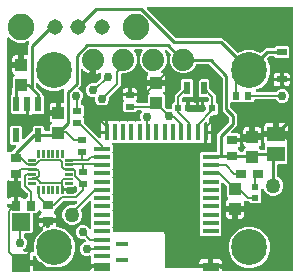
<source format=gbr>
G04 EAGLE Gerber RS-274X export*
G75*
%MOMM*%
%FSLAX34Y34*%
%LPD*%
%INTop Copper*%
%IPPOS*%
%AMOC8*
5,1,8,0,0,1.08239X$1,22.5*%
G01*
%ADD10C,1.270000*%
%ADD11C,3.045000*%
%ADD12R,1.000000X1.100000*%
%ADD13R,0.590000X0.630000*%
%ADD14R,0.900000X0.700000*%
%ADD15R,0.700000X0.900000*%
%ADD16C,1.879600*%
%ADD17R,0.850000X0.800000*%
%ADD18R,0.600000X0.540000*%
%ADD19R,1.500000X1.500000*%
%ADD20R,1.400000X0.800000*%
%ADD21R,1.400000X0.400000*%
%ADD22R,0.400000X1.400000*%
%ADD23R,1.000000X0.400000*%
%ADD24C,0.055000*%
%ADD25C,1.308000*%
%ADD26C,2.250000*%
%ADD27R,0.550000X1.200000*%
%ADD28R,1.500000X1.300000*%
%ADD29R,0.600000X1.100000*%
%ADD30R,0.830000X0.630000*%
%ADD31R,0.700000X0.600000*%
%ADD32R,0.600000X0.700000*%
%ADD33C,0.756400*%
%ADD34C,0.203200*%
%ADD35C,0.200000*%
%ADD36C,0.609600*%
%ADD37C,0.254000*%
%ADD38C,0.152400*%

G36*
X399406Y31766D02*
X399406Y31766D01*
X399525Y31773D01*
X399563Y31786D01*
X399604Y31791D01*
X399714Y31834D01*
X399827Y31871D01*
X399862Y31893D01*
X399899Y31908D01*
X399995Y31977D01*
X400096Y32041D01*
X400124Y32071D01*
X400157Y32094D01*
X400233Y32186D01*
X400314Y32273D01*
X400334Y32308D01*
X400359Y32339D01*
X400410Y32447D01*
X400468Y32551D01*
X400478Y32591D01*
X400495Y32627D01*
X400517Y32744D01*
X400547Y32859D01*
X400551Y32919D01*
X400555Y32939D01*
X400553Y32960D01*
X400557Y33020D01*
X400557Y254508D01*
X400542Y254626D01*
X400535Y254745D01*
X400522Y254783D01*
X400517Y254824D01*
X400474Y254934D01*
X400437Y255047D01*
X400415Y255082D01*
X400400Y255119D01*
X400331Y255215D01*
X400267Y255316D01*
X400237Y255344D01*
X400214Y255377D01*
X400122Y255453D01*
X400035Y255534D01*
X400000Y255554D01*
X399969Y255579D01*
X399861Y255630D01*
X399757Y255688D01*
X399717Y255698D01*
X399681Y255715D01*
X399564Y255737D01*
X399449Y255767D01*
X399389Y255771D01*
X399369Y255775D01*
X399348Y255773D01*
X399288Y255777D01*
X277738Y255777D01*
X277600Y255760D01*
X277461Y255747D01*
X277442Y255740D01*
X277422Y255737D01*
X277293Y255686D01*
X277162Y255639D01*
X277145Y255628D01*
X277127Y255620D01*
X277014Y255539D01*
X276899Y255461D01*
X276886Y255445D01*
X276869Y255434D01*
X276781Y255326D01*
X276688Y255222D01*
X276679Y255204D01*
X276666Y255189D01*
X276607Y255063D01*
X276544Y254939D01*
X276539Y254919D01*
X276531Y254901D01*
X276505Y254765D01*
X276474Y254629D01*
X276475Y254608D01*
X276471Y254589D01*
X276480Y254450D01*
X276484Y254311D01*
X276490Y254291D01*
X276491Y254271D01*
X276534Y254139D01*
X276572Y254005D01*
X276583Y253988D01*
X276589Y253969D01*
X276663Y253851D01*
X276734Y253731D01*
X276752Y253710D01*
X276759Y253700D01*
X276774Y253686D01*
X276840Y253611D01*
X300716Y229734D01*
X300795Y229674D01*
X300867Y229606D01*
X300920Y229577D01*
X300968Y229540D01*
X301059Y229500D01*
X301145Y229452D01*
X301204Y229437D01*
X301259Y229413D01*
X301357Y229398D01*
X301453Y229373D01*
X301553Y229367D01*
X301574Y229363D01*
X301586Y229365D01*
X301614Y229363D01*
X340528Y229363D01*
X342834Y227056D01*
X352715Y217176D01*
X352738Y217158D01*
X352757Y217136D01*
X352863Y217061D01*
X352966Y216981D01*
X352993Y216970D01*
X353017Y216953D01*
X353138Y216907D01*
X353258Y216855D01*
X353287Y216850D01*
X353314Y216840D01*
X353443Y216825D01*
X353572Y216805D01*
X353601Y216808D01*
X353631Y216805D01*
X353759Y216823D01*
X353888Y216835D01*
X353916Y216845D01*
X353945Y216849D01*
X354098Y216901D01*
X359787Y219258D01*
X366653Y219258D01*
X372342Y216901D01*
X372371Y216893D01*
X372397Y216880D01*
X372524Y216851D01*
X372649Y216817D01*
X372679Y216817D01*
X372707Y216810D01*
X372837Y216814D01*
X372967Y216812D01*
X372996Y216819D01*
X373025Y216820D01*
X373150Y216856D01*
X373276Y216886D01*
X373302Y216900D01*
X373331Y216908D01*
X373442Y216974D01*
X373557Y217035D01*
X373579Y217055D01*
X373605Y217070D01*
X373725Y217176D01*
X374785Y218236D01*
X374786Y218236D01*
X377092Y220543D01*
X383254Y220543D01*
X383352Y220555D01*
X383452Y220558D01*
X383510Y220575D01*
X383570Y220583D01*
X383662Y220619D01*
X383757Y220647D01*
X383809Y220677D01*
X383866Y220700D01*
X383946Y220758D01*
X384031Y220808D01*
X384106Y220874D01*
X384123Y220886D01*
X384131Y220896D01*
X384152Y220914D01*
X385660Y222423D01*
X395644Y222423D01*
X396835Y221232D01*
X396835Y213248D01*
X395644Y212057D01*
X385660Y212057D01*
X384152Y213566D01*
X384074Y213626D01*
X384001Y213694D01*
X383948Y213723D01*
X383901Y213760D01*
X383810Y213800D01*
X383723Y213848D01*
X383664Y213863D01*
X383609Y213887D01*
X383511Y213902D01*
X383415Y213927D01*
X383315Y213933D01*
X383295Y213937D01*
X383282Y213935D01*
X383254Y213937D01*
X380354Y213937D01*
X380256Y213925D01*
X380157Y213922D01*
X380098Y213905D01*
X380038Y213897D01*
X379946Y213861D01*
X379851Y213833D01*
X379799Y213803D01*
X379743Y213780D01*
X379663Y213722D01*
X379577Y213672D01*
X379502Y213606D01*
X379485Y213594D01*
X379477Y213584D01*
X379456Y213566D01*
X378396Y212505D01*
X378378Y212482D01*
X378356Y212463D01*
X378281Y212357D01*
X378201Y212254D01*
X378190Y212227D01*
X378173Y212203D01*
X378126Y212081D01*
X378075Y211962D01*
X378070Y211933D01*
X378060Y211906D01*
X378045Y211777D01*
X378025Y211648D01*
X378028Y211619D01*
X378025Y211589D01*
X378043Y211461D01*
X378055Y211332D01*
X378065Y211304D01*
X378069Y211275D01*
X378121Y211122D01*
X380478Y205433D01*
X380478Y198567D01*
X377850Y192224D01*
X372996Y187370D01*
X369280Y185831D01*
X369220Y185796D01*
X369155Y185770D01*
X369082Y185718D01*
X369004Y185673D01*
X368954Y185625D01*
X368897Y185584D01*
X368840Y185514D01*
X368776Y185452D01*
X368739Y185392D01*
X368695Y185339D01*
X368656Y185257D01*
X368609Y185181D01*
X368589Y185114D01*
X368559Y185051D01*
X368542Y184963D01*
X368516Y184877D01*
X368512Y184807D01*
X368499Y184738D01*
X368505Y184649D01*
X368501Y184559D01*
X368515Y184491D01*
X368519Y184421D01*
X368547Y184336D01*
X368565Y184248D01*
X368596Y184185D01*
X368617Y184119D01*
X368665Y184043D01*
X368705Y183962D01*
X368750Y183909D01*
X368787Y183850D01*
X368853Y183788D01*
X368911Y183720D01*
X368968Y183680D01*
X369019Y183632D01*
X369097Y183589D01*
X369171Y183537D01*
X369236Y183512D01*
X369297Y183478D01*
X369384Y183456D01*
X369468Y183424D01*
X369538Y183416D01*
X369605Y183399D01*
X369766Y183389D01*
X385460Y183389D01*
X385558Y183401D01*
X385657Y183404D01*
X385715Y183421D01*
X385775Y183429D01*
X385867Y183465D01*
X385962Y183493D01*
X386015Y183523D01*
X386071Y183546D01*
X386151Y183604D01*
X386236Y183654D01*
X386312Y183720D01*
X386328Y183732D01*
X386336Y183742D01*
X386357Y183760D01*
X387866Y185270D01*
X389889Y186107D01*
X389950Y186142D01*
X390015Y186168D01*
X390056Y186198D01*
X390071Y186195D01*
X390186Y186165D01*
X390246Y186161D01*
X390266Y186157D01*
X390287Y186159D01*
X390347Y186155D01*
X390957Y186155D01*
X391075Y186170D01*
X391194Y186177D01*
X391232Y186190D01*
X391273Y186195D01*
X391383Y186238D01*
X391496Y186275D01*
X391531Y186297D01*
X391568Y186312D01*
X391664Y186381D01*
X391765Y186445D01*
X391793Y186475D01*
X391826Y186498D01*
X391878Y186562D01*
X391890Y186548D01*
X391938Y186472D01*
X391989Y186424D01*
X392032Y186370D01*
X392104Y186315D01*
X392170Y186254D01*
X392231Y186220D01*
X392286Y186178D01*
X392431Y186107D01*
X394454Y185270D01*
X396090Y183634D01*
X396975Y181497D01*
X396975Y179183D01*
X396090Y177046D01*
X394454Y175410D01*
X392317Y174525D01*
X390003Y174525D01*
X387866Y175410D01*
X386357Y176920D01*
X386279Y176980D01*
X386207Y177048D01*
X386154Y177077D01*
X386106Y177114D01*
X386015Y177154D01*
X385928Y177202D01*
X385870Y177217D01*
X385814Y177241D01*
X385716Y177256D01*
X385620Y177281D01*
X385520Y177287D01*
X385500Y177291D01*
X385488Y177289D01*
X385460Y177291D01*
X368426Y177291D01*
X368308Y177276D01*
X368189Y177269D01*
X368151Y177256D01*
X368110Y177251D01*
X368000Y177208D01*
X367887Y177171D01*
X367852Y177149D01*
X367815Y177134D01*
X367719Y177065D01*
X367618Y177001D01*
X367590Y176971D01*
X367557Y176948D01*
X367481Y176856D01*
X367400Y176769D01*
X367380Y176734D01*
X367355Y176703D01*
X367304Y176595D01*
X367246Y176491D01*
X367236Y176451D01*
X367219Y176415D01*
X367197Y176298D01*
X367167Y176183D01*
X367163Y176123D01*
X367159Y176103D01*
X367161Y176082D01*
X367157Y176022D01*
X367157Y175998D01*
X365966Y174807D01*
X358282Y174807D01*
X358022Y175068D01*
X357927Y175141D01*
X357838Y175220D01*
X357802Y175238D01*
X357770Y175263D01*
X357661Y175310D01*
X357555Y175364D01*
X357516Y175373D01*
X357478Y175389D01*
X357361Y175408D01*
X357245Y175434D01*
X357204Y175433D01*
X357164Y175439D01*
X357046Y175428D01*
X356927Y175424D01*
X356888Y175413D01*
X356848Y175409D01*
X356736Y175369D01*
X356621Y175336D01*
X356586Y175315D01*
X356548Y175302D01*
X356450Y175235D01*
X356347Y175174D01*
X356302Y175134D01*
X356285Y175123D01*
X356272Y175108D01*
X356227Y175068D01*
X355966Y174807D01*
X348516Y174807D01*
X348398Y174792D01*
X348279Y174785D01*
X348241Y174772D01*
X348200Y174767D01*
X348090Y174724D01*
X347977Y174687D01*
X347942Y174665D01*
X347905Y174650D01*
X347809Y174581D01*
X347708Y174517D01*
X347680Y174487D01*
X347647Y174464D01*
X347571Y174372D01*
X347490Y174285D01*
X347470Y174250D01*
X347445Y174219D01*
X347394Y174111D01*
X347336Y174007D01*
X347326Y173967D01*
X347309Y173931D01*
X347287Y173814D01*
X347257Y173699D01*
X347253Y173639D01*
X347249Y173619D01*
X347251Y173598D01*
X347247Y173538D01*
X347247Y170678D01*
X347259Y170579D01*
X347262Y170480D01*
X347279Y170422D01*
X347287Y170362D01*
X347323Y170270D01*
X347351Y170175D01*
X347381Y170123D01*
X347404Y170066D01*
X347462Y169986D01*
X347512Y169901D01*
X347578Y169826D01*
X347590Y169809D01*
X347600Y169801D01*
X347618Y169780D01*
X352779Y164620D01*
X352779Y155420D01*
X348210Y150851D01*
X348125Y150742D01*
X348036Y150635D01*
X348028Y150616D01*
X348015Y150600D01*
X347960Y150472D01*
X347901Y150347D01*
X347897Y150327D01*
X347889Y150308D01*
X347867Y150170D01*
X347841Y150034D01*
X347842Y150014D01*
X347839Y149994D01*
X347852Y149855D01*
X347861Y149717D01*
X347867Y149698D01*
X347869Y149678D01*
X347916Y149546D01*
X347959Y149415D01*
X347970Y149397D01*
X347976Y149378D01*
X348054Y149263D01*
X348129Y149146D01*
X348144Y149132D01*
X348155Y149115D01*
X348259Y149023D01*
X348360Y148928D01*
X348378Y148918D01*
X348393Y148905D01*
X348518Y148841D01*
X348639Y148774D01*
X348659Y148769D01*
X348677Y148760D01*
X348812Y148730D01*
X348947Y148695D01*
X348975Y148693D01*
X348987Y148690D01*
X349007Y148691D01*
X349108Y148685D01*
X353322Y148685D01*
X353969Y148512D01*
X354548Y148177D01*
X355021Y147704D01*
X355356Y147125D01*
X355529Y146478D01*
X355529Y144393D01*
X348968Y144393D01*
X348850Y144378D01*
X348731Y144371D01*
X348693Y144358D01*
X348653Y144353D01*
X348542Y144310D01*
X348429Y144273D01*
X348395Y144251D01*
X348357Y144236D01*
X348261Y144167D01*
X348160Y144103D01*
X348132Y144073D01*
X348100Y144050D01*
X348024Y143958D01*
X347942Y143871D01*
X347923Y143836D01*
X347897Y143805D01*
X347846Y143697D01*
X347789Y143593D01*
X347779Y143553D01*
X347761Y143517D01*
X347739Y143400D01*
X347709Y143285D01*
X347705Y143225D01*
X347702Y143205D01*
X347703Y143184D01*
X347699Y143124D01*
X347699Y142164D01*
X347714Y142046D01*
X347721Y141927D01*
X347734Y141889D01*
X347739Y141848D01*
X347783Y141738D01*
X347819Y141625D01*
X347841Y141590D01*
X347856Y141553D01*
X347926Y141456D01*
X347989Y141356D01*
X348019Y141328D01*
X348043Y141295D01*
X348134Y141219D01*
X348221Y141138D01*
X348256Y141118D01*
X348288Y141093D01*
X348395Y141042D01*
X348500Y140984D01*
X348539Y140974D01*
X348575Y140957D01*
X348692Y140935D01*
X348808Y140905D01*
X348868Y140901D01*
X348888Y140897D01*
X348908Y140899D01*
X348968Y140895D01*
X355529Y140895D01*
X355529Y138810D01*
X355356Y138163D01*
X355021Y137584D01*
X354548Y137111D01*
X354299Y136967D01*
X354199Y136891D01*
X354095Y136821D01*
X354073Y136795D01*
X354046Y136775D01*
X353968Y136676D01*
X353884Y136582D01*
X353869Y136552D01*
X353848Y136526D01*
X353797Y136411D01*
X353740Y136299D01*
X353732Y136266D01*
X353719Y136235D01*
X353698Y136111D01*
X353670Y135989D01*
X353671Y135955D01*
X353666Y135922D01*
X353676Y135796D01*
X353680Y135671D01*
X353689Y135638D01*
X353692Y135605D01*
X353733Y135486D01*
X353768Y135365D01*
X353785Y135336D01*
X353796Y135304D01*
X353866Y135200D01*
X353930Y135091D01*
X353962Y135055D01*
X353972Y135039D01*
X353988Y135025D01*
X354036Y134970D01*
X355050Y133956D01*
X355056Y133941D01*
X355061Y133900D01*
X355104Y133790D01*
X355141Y133677D01*
X355163Y133642D01*
X355178Y133605D01*
X355247Y133509D01*
X355311Y133408D01*
X355341Y133380D01*
X355364Y133347D01*
X355456Y133271D01*
X355543Y133190D01*
X355578Y133170D01*
X355609Y133145D01*
X355717Y133094D01*
X355821Y133036D01*
X355861Y133026D01*
X355897Y133009D01*
X356014Y132987D01*
X356129Y132957D01*
X356189Y132953D01*
X356209Y132949D01*
X356230Y132951D01*
X356290Y132947D01*
X357458Y132947D01*
X357576Y132962D01*
X357695Y132969D01*
X357733Y132982D01*
X357774Y132987D01*
X357884Y133030D01*
X357997Y133067D01*
X358032Y133089D01*
X358069Y133104D01*
X358165Y133173D01*
X358266Y133237D01*
X358294Y133267D01*
X358327Y133290D01*
X358403Y133382D01*
X358484Y133469D01*
X358504Y133504D01*
X358529Y133535D01*
X358580Y133643D01*
X358638Y133747D01*
X358648Y133787D01*
X358665Y133823D01*
X358687Y133940D01*
X358717Y134055D01*
X358721Y134115D01*
X358725Y134135D01*
X358723Y134156D01*
X358727Y134216D01*
X358727Y135002D01*
X359712Y135986D01*
X359789Y136086D01*
X359871Y136181D01*
X359886Y136211D01*
X359907Y136238D01*
X359957Y136353D01*
X360013Y136466D01*
X360020Y136499D01*
X360033Y136530D01*
X360053Y136654D01*
X360079Y136777D01*
X360078Y136810D01*
X360083Y136844D01*
X360071Y136969D01*
X360066Y137094D01*
X360056Y137127D01*
X360053Y137160D01*
X360011Y137279D01*
X359974Y137399D01*
X359957Y137428D01*
X359946Y137460D01*
X359875Y137564D01*
X359810Y137671D01*
X359786Y137695D01*
X359767Y137723D01*
X359673Y137806D01*
X359583Y137894D01*
X359542Y137921D01*
X359529Y137933D01*
X359509Y137943D01*
X359449Y137983D01*
X359200Y138127D01*
X358727Y138600D01*
X358392Y139179D01*
X358219Y139826D01*
X358219Y143161D01*
X364530Y143161D01*
X364648Y143176D01*
X364767Y143183D01*
X364805Y143195D01*
X364845Y143201D01*
X364956Y143244D01*
X365069Y143281D01*
X365103Y143303D01*
X365141Y143318D01*
X365237Y143387D01*
X365338Y143451D01*
X365366Y143481D01*
X365398Y143504D01*
X365474Y143596D01*
X365556Y143683D01*
X365575Y143718D01*
X365601Y143749D01*
X365652Y143857D01*
X365709Y143961D01*
X365719Y144001D01*
X365737Y144037D01*
X365757Y144144D01*
X365761Y144114D01*
X365805Y144004D01*
X365841Y143891D01*
X365863Y143856D01*
X365878Y143819D01*
X365948Y143722D01*
X366011Y143622D01*
X366041Y143594D01*
X366065Y143561D01*
X366156Y143485D01*
X366243Y143404D01*
X366278Y143384D01*
X366310Y143359D01*
X366417Y143308D01*
X366522Y143250D01*
X366561Y143240D01*
X366597Y143223D01*
X366714Y143201D01*
X366830Y143171D01*
X366890Y143167D01*
X366910Y143163D01*
X366930Y143165D01*
X366990Y143161D01*
X373301Y143161D01*
X373301Y139826D01*
X373128Y139179D01*
X372793Y138600D01*
X372320Y138127D01*
X372071Y137983D01*
X371971Y137907D01*
X371867Y137837D01*
X371845Y137811D01*
X371818Y137791D01*
X371740Y137692D01*
X371656Y137598D01*
X371641Y137568D01*
X371620Y137542D01*
X371569Y137427D01*
X371512Y137315D01*
X371504Y137282D01*
X371491Y137251D01*
X371470Y137127D01*
X371442Y137005D01*
X371443Y136971D01*
X371438Y136938D01*
X371448Y136812D01*
X371452Y136687D01*
X371461Y136654D01*
X371464Y136621D01*
X371505Y136502D01*
X371540Y136381D01*
X371557Y136352D01*
X371568Y136320D01*
X371638Y136216D01*
X371702Y136107D01*
X371734Y136071D01*
X371744Y136055D01*
X371760Y136041D01*
X371808Y135986D01*
X372920Y134874D01*
X372998Y134814D01*
X373071Y134746D01*
X373124Y134717D01*
X373171Y134680D01*
X373262Y134640D01*
X373349Y134592D01*
X373408Y134577D01*
X373463Y134553D01*
X373561Y134538D01*
X373657Y134513D01*
X373757Y134507D01*
X373777Y134503D01*
X373790Y134505D01*
X373818Y134503D01*
X375278Y134503D01*
X375396Y134518D01*
X375515Y134525D01*
X375553Y134538D01*
X375594Y134543D01*
X375704Y134586D01*
X375817Y134623D01*
X375852Y134645D01*
X375889Y134660D01*
X375985Y134729D01*
X376086Y134793D01*
X376114Y134823D01*
X376147Y134846D01*
X376223Y134938D01*
X376304Y135025D01*
X376324Y135060D01*
X376349Y135091D01*
X376400Y135199D01*
X376458Y135303D01*
X376468Y135343D01*
X376485Y135379D01*
X376507Y135496D01*
X376537Y135611D01*
X376541Y135671D01*
X376545Y135691D01*
X376543Y135712D01*
X376547Y135772D01*
X376547Y138567D01*
X376601Y138627D01*
X376619Y138663D01*
X376644Y138695D01*
X376691Y138804D01*
X376745Y138911D01*
X376754Y138950D01*
X376770Y138986D01*
X376789Y139104D01*
X376815Y139221D01*
X376813Y139261D01*
X376820Y139300D01*
X376809Y139419D01*
X376805Y139539D01*
X376794Y139577D01*
X376790Y139617D01*
X376750Y139729D01*
X376716Y139844D01*
X376696Y139879D01*
X376682Y139916D01*
X376635Y139986D01*
X376630Y139995D01*
X376212Y140719D01*
X376039Y141366D01*
X376039Y145661D01*
X384810Y145661D01*
X384928Y145676D01*
X385047Y145683D01*
X385085Y145696D01*
X385125Y145701D01*
X385236Y145744D01*
X385349Y145781D01*
X385384Y145803D01*
X385421Y145818D01*
X385517Y145888D01*
X385618Y145951D01*
X385646Y145981D01*
X385678Y146005D01*
X385754Y146096D01*
X385836Y146183D01*
X385855Y146218D01*
X385881Y146249D01*
X385932Y146357D01*
X385989Y146461D01*
X386000Y146501D01*
X386017Y146537D01*
X386039Y146654D01*
X386069Y146769D01*
X386073Y146830D01*
X386077Y146850D01*
X386075Y146870D01*
X386079Y146930D01*
X386079Y148201D01*
X386081Y148201D01*
X386081Y146930D01*
X386096Y146812D01*
X386103Y146693D01*
X386116Y146655D01*
X386121Y146615D01*
X386165Y146504D01*
X386201Y146391D01*
X386223Y146356D01*
X386238Y146319D01*
X386308Y146223D01*
X386371Y146122D01*
X386401Y146094D01*
X386425Y146061D01*
X386516Y145986D01*
X386603Y145904D01*
X386638Y145884D01*
X386670Y145859D01*
X386777Y145808D01*
X386881Y145750D01*
X386921Y145740D01*
X386957Y145723D01*
X387074Y145701D01*
X387189Y145671D01*
X387250Y145667D01*
X387270Y145663D01*
X387290Y145665D01*
X387350Y145661D01*
X396121Y145661D01*
X396121Y141366D01*
X395948Y140719D01*
X395572Y140069D01*
X395560Y140055D01*
X395541Y140019D01*
X395517Y139988D01*
X395469Y139878D01*
X395415Y139772D01*
X395406Y139733D01*
X395390Y139696D01*
X395372Y139578D01*
X395345Y139461D01*
X395347Y139422D01*
X395340Y139382D01*
X395351Y139263D01*
X395355Y139143D01*
X395366Y139105D01*
X395370Y139065D01*
X395410Y138953D01*
X395443Y138838D01*
X395464Y138804D01*
X395477Y138766D01*
X395544Y138667D01*
X395605Y138564D01*
X395613Y138555D01*
X395613Y123858D01*
X394422Y122667D01*
X388112Y122667D01*
X387994Y122652D01*
X387875Y122645D01*
X387837Y122632D01*
X387796Y122627D01*
X387686Y122584D01*
X387573Y122547D01*
X387538Y122525D01*
X387501Y122510D01*
X387405Y122441D01*
X387304Y122377D01*
X387276Y122347D01*
X387243Y122324D01*
X387167Y122232D01*
X387086Y122145D01*
X387066Y122110D01*
X387041Y122079D01*
X386990Y121971D01*
X386932Y121867D01*
X386922Y121827D01*
X386905Y121791D01*
X386883Y121674D01*
X386853Y121559D01*
X386849Y121499D01*
X386845Y121479D01*
X386847Y121458D01*
X386843Y121398D01*
X386843Y112693D01*
X386846Y112664D01*
X386844Y112635D01*
X386866Y112507D01*
X386883Y112378D01*
X386893Y112350D01*
X386898Y112321D01*
X386952Y112203D01*
X387000Y112082D01*
X387017Y112058D01*
X387029Y112031D01*
X387110Y111930D01*
X387186Y111825D01*
X387209Y111806D01*
X387228Y111783D01*
X387331Y111705D01*
X387431Y111622D01*
X387458Y111609D01*
X387482Y111592D01*
X387626Y111521D01*
X388288Y111247D01*
X390647Y108888D01*
X391923Y105807D01*
X391923Y102473D01*
X390647Y99392D01*
X388288Y97033D01*
X385207Y95757D01*
X381873Y95757D01*
X378792Y97033D01*
X376433Y99392D01*
X375775Y100982D01*
X375740Y101043D01*
X375714Y101108D01*
X375662Y101180D01*
X375617Y101258D01*
X375569Y101309D01*
X375528Y101365D01*
X375458Y101422D01*
X375396Y101487D01*
X375336Y101523D01*
X375283Y101568D01*
X375201Y101606D01*
X375125Y101653D01*
X375058Y101674D01*
X374995Y101703D01*
X374907Y101720D01*
X374821Y101747D01*
X374751Y101750D01*
X374682Y101763D01*
X374593Y101758D01*
X374503Y101762D01*
X374435Y101748D01*
X374365Y101743D01*
X374280Y101716D01*
X374192Y101698D01*
X374129Y101667D01*
X374063Y101645D01*
X373987Y101597D01*
X373906Y101558D01*
X373853Y101513D01*
X373794Y101475D01*
X373732Y101410D01*
X373664Y101352D01*
X373624Y101294D01*
X373576Y101244D01*
X373533Y101165D01*
X373481Y101091D01*
X373456Y101026D01*
X373422Y100965D01*
X373400Y100878D01*
X373368Y100794D01*
X373360Y100725D01*
X373343Y100657D01*
X373333Y100496D01*
X373333Y99303D01*
X373300Y99266D01*
X373282Y99230D01*
X373257Y99198D01*
X373210Y99089D01*
X373156Y98983D01*
X373147Y98944D01*
X373131Y98906D01*
X373112Y98789D01*
X373086Y98673D01*
X373087Y98632D01*
X373081Y98592D01*
X373092Y98474D01*
X373096Y98355D01*
X373107Y98316D01*
X373111Y98276D01*
X373151Y98164D01*
X373184Y98049D01*
X373205Y98015D01*
X373218Y97976D01*
X373285Y97878D01*
X373333Y97798D01*
X373333Y90690D01*
X372142Y89499D01*
X364458Y89499D01*
X363146Y90812D01*
X363067Y90872D01*
X362995Y90940D01*
X362942Y90969D01*
X362894Y91006D01*
X362804Y91046D01*
X362717Y91094D01*
X362658Y91109D01*
X362603Y91133D01*
X362505Y91148D01*
X362409Y91173D01*
X362309Y91179D01*
X362289Y91183D01*
X362276Y91181D01*
X362248Y91183D01*
X360676Y91183D01*
X360626Y91222D01*
X360519Y91311D01*
X360500Y91319D01*
X360484Y91332D01*
X360356Y91387D01*
X360231Y91446D01*
X360211Y91450D01*
X360192Y91458D01*
X360055Y91480D01*
X359918Y91506D01*
X359898Y91505D01*
X359878Y91508D01*
X359740Y91495D01*
X359601Y91486D01*
X359582Y91480D01*
X359562Y91478D01*
X359431Y91431D01*
X359299Y91388D01*
X359281Y91378D01*
X359262Y91371D01*
X359147Y91293D01*
X359030Y91218D01*
X359016Y91203D01*
X358999Y91192D01*
X358907Y91088D01*
X358812Y90987D01*
X358802Y90969D01*
X358789Y90954D01*
X358726Y90830D01*
X358658Y90708D01*
X358653Y90688D01*
X358644Y90670D01*
X358614Y90535D01*
X358579Y90400D01*
X358577Y90372D01*
X358574Y90360D01*
X358575Y90340D01*
X358569Y90239D01*
X358569Y86963D01*
X352258Y86963D01*
X352140Y86948D01*
X352021Y86941D01*
X351983Y86928D01*
X351943Y86923D01*
X351832Y86880D01*
X351719Y86843D01*
X351685Y86821D01*
X351647Y86806D01*
X351551Y86737D01*
X351450Y86673D01*
X351422Y86643D01*
X351390Y86620D01*
X351314Y86528D01*
X351232Y86441D01*
X351213Y86406D01*
X351187Y86375D01*
X351136Y86267D01*
X351079Y86163D01*
X351069Y86123D01*
X351051Y86087D01*
X351031Y85980D01*
X351027Y86010D01*
X350983Y86120D01*
X350947Y86233D01*
X350925Y86268D01*
X350910Y86305D01*
X350840Y86401D01*
X350777Y86502D01*
X350747Y86530D01*
X350723Y86563D01*
X350632Y86639D01*
X350545Y86720D01*
X350510Y86740D01*
X350478Y86765D01*
X350371Y86816D01*
X350266Y86874D01*
X350227Y86884D01*
X350191Y86901D01*
X350074Y86923D01*
X349958Y86953D01*
X349898Y86957D01*
X349878Y86961D01*
X349858Y86959D01*
X349798Y86963D01*
X343487Y86963D01*
X343487Y90298D01*
X343660Y90945D01*
X343995Y91524D01*
X344468Y91997D01*
X344717Y92141D01*
X344817Y92217D01*
X344921Y92287D01*
X344943Y92313D01*
X344970Y92333D01*
X345048Y92432D01*
X345132Y92526D01*
X345147Y92556D01*
X345168Y92582D01*
X345219Y92697D01*
X345276Y92809D01*
X345284Y92842D01*
X345297Y92873D01*
X345318Y92997D01*
X345346Y93119D01*
X345345Y93153D01*
X345350Y93186D01*
X345340Y93312D01*
X345336Y93437D01*
X345327Y93470D01*
X345324Y93503D01*
X345283Y93622D01*
X345248Y93743D01*
X345231Y93772D01*
X345220Y93804D01*
X345150Y93908D01*
X345086Y94017D01*
X345054Y94053D01*
X345044Y94069D01*
X345028Y94083D01*
X344980Y94138D01*
X343995Y95122D01*
X343995Y103659D01*
X343983Y103758D01*
X343980Y103857D01*
X343963Y103915D01*
X343955Y103975D01*
X343919Y104067D01*
X343891Y104162D01*
X343861Y104214D01*
X343838Y104271D01*
X343780Y104351D01*
X343730Y104436D01*
X343664Y104511D01*
X343652Y104528D01*
X343642Y104536D01*
X343624Y104557D01*
X341679Y106501D01*
X341570Y106586D01*
X341463Y106675D01*
X341444Y106683D01*
X341428Y106696D01*
X341300Y106751D01*
X341175Y106810D01*
X341155Y106814D01*
X341136Y106822D01*
X340998Y106844D01*
X340862Y106870D01*
X340842Y106869D01*
X340822Y106872D01*
X340683Y106859D01*
X340545Y106850D01*
X340526Y106844D01*
X340506Y106842D01*
X340374Y106795D01*
X340243Y106752D01*
X340225Y106742D01*
X340206Y106735D01*
X340091Y106657D01*
X339974Y106582D01*
X339960Y106567D01*
X339943Y106556D01*
X339851Y106452D01*
X339756Y106351D01*
X339746Y106333D01*
X339733Y106318D01*
X339669Y106194D01*
X339602Y106072D01*
X339597Y106053D01*
X339588Y106034D01*
X339558Y105899D01*
X339523Y105764D01*
X339521Y105736D01*
X339518Y105724D01*
X339519Y105704D01*
X339513Y105603D01*
X339513Y104703D01*
X339510Y104697D01*
X339456Y104591D01*
X339447Y104551D01*
X339431Y104514D01*
X339412Y104397D01*
X339386Y104280D01*
X339387Y104240D01*
X339381Y104200D01*
X339392Y104082D01*
X339396Y103963D01*
X339407Y103924D01*
X339411Y103884D01*
X339451Y103771D01*
X339484Y103657D01*
X339505Y103622D01*
X339513Y103600D01*
X339513Y97703D01*
X339510Y97697D01*
X339456Y97591D01*
X339447Y97551D01*
X339431Y97514D01*
X339412Y97397D01*
X339386Y97280D01*
X339387Y97240D01*
X339381Y97200D01*
X339392Y97082D01*
X339396Y96963D01*
X339407Y96924D01*
X339411Y96884D01*
X339451Y96771D01*
X339484Y96657D01*
X339505Y96622D01*
X339513Y96600D01*
X339513Y90703D01*
X339510Y90697D01*
X339456Y90591D01*
X339447Y90551D01*
X339431Y90514D01*
X339412Y90397D01*
X339386Y90280D01*
X339387Y90240D01*
X339381Y90200D01*
X339392Y90082D01*
X339396Y89963D01*
X339407Y89924D01*
X339411Y89884D01*
X339451Y89771D01*
X339484Y89657D01*
X339505Y89622D01*
X339513Y89600D01*
X339513Y83703D01*
X339510Y83697D01*
X339456Y83591D01*
X339447Y83551D01*
X339431Y83514D01*
X339412Y83397D01*
X339386Y83280D01*
X339387Y83240D01*
X339381Y83200D01*
X339392Y83082D01*
X339396Y82963D01*
X339407Y82924D01*
X339411Y82884D01*
X339451Y82771D01*
X339484Y82657D01*
X339505Y82622D01*
X339513Y82600D01*
X339513Y76703D01*
X339510Y76697D01*
X339456Y76591D01*
X339447Y76551D01*
X339431Y76514D01*
X339412Y76397D01*
X339386Y76280D01*
X339387Y76240D01*
X339381Y76200D01*
X339392Y76082D01*
X339396Y75963D01*
X339407Y75924D01*
X339411Y75884D01*
X339451Y75771D01*
X339484Y75657D01*
X339505Y75622D01*
X339513Y75600D01*
X339513Y69703D01*
X339510Y69697D01*
X339456Y69591D01*
X339447Y69551D01*
X339431Y69514D01*
X339412Y69397D01*
X339386Y69280D01*
X339387Y69240D01*
X339381Y69200D01*
X339392Y69082D01*
X339396Y68963D01*
X339407Y68924D01*
X339411Y68884D01*
X339451Y68771D01*
X339484Y68657D01*
X339505Y68622D01*
X339513Y68600D01*
X339513Y62818D01*
X338322Y61627D01*
X322638Y61627D01*
X321447Y62818D01*
X321447Y68617D01*
X321450Y68623D01*
X321504Y68729D01*
X321513Y68768D01*
X321529Y68805D01*
X321548Y68923D01*
X321574Y69039D01*
X321573Y69080D01*
X321579Y69120D01*
X321568Y69238D01*
X321564Y69357D01*
X321553Y69396D01*
X321549Y69436D01*
X321509Y69548D01*
X321476Y69663D01*
X321455Y69697D01*
X321447Y69720D01*
X321447Y75617D01*
X321450Y75623D01*
X321504Y75729D01*
X321513Y75768D01*
X321529Y75805D01*
X321548Y75923D01*
X321574Y76039D01*
X321573Y76080D01*
X321579Y76120D01*
X321568Y76238D01*
X321564Y76357D01*
X321553Y76396D01*
X321549Y76436D01*
X321509Y76548D01*
X321476Y76663D01*
X321455Y76697D01*
X321447Y76720D01*
X321447Y82617D01*
X321450Y82623D01*
X321504Y82729D01*
X321513Y82768D01*
X321529Y82805D01*
X321548Y82923D01*
X321574Y83039D01*
X321573Y83080D01*
X321579Y83120D01*
X321568Y83238D01*
X321564Y83357D01*
X321553Y83396D01*
X321549Y83436D01*
X321509Y83548D01*
X321476Y83663D01*
X321455Y83697D01*
X321447Y83720D01*
X321447Y89617D01*
X321450Y89623D01*
X321504Y89729D01*
X321513Y89768D01*
X321529Y89805D01*
X321548Y89923D01*
X321574Y90039D01*
X321573Y90080D01*
X321579Y90120D01*
X321568Y90238D01*
X321564Y90357D01*
X321553Y90396D01*
X321549Y90436D01*
X321509Y90548D01*
X321476Y90663D01*
X321455Y90697D01*
X321447Y90720D01*
X321447Y96617D01*
X321450Y96623D01*
X321504Y96729D01*
X321513Y96768D01*
X321529Y96805D01*
X321548Y96923D01*
X321574Y97039D01*
X321573Y97080D01*
X321579Y97120D01*
X321568Y97238D01*
X321564Y97357D01*
X321553Y97396D01*
X321549Y97436D01*
X321509Y97548D01*
X321476Y97663D01*
X321455Y97697D01*
X321447Y97720D01*
X321447Y103617D01*
X321450Y103623D01*
X321504Y103729D01*
X321513Y103768D01*
X321529Y103805D01*
X321548Y103923D01*
X321574Y104039D01*
X321573Y104080D01*
X321579Y104120D01*
X321568Y104238D01*
X321564Y104357D01*
X321553Y104396D01*
X321549Y104436D01*
X321509Y104548D01*
X321476Y104663D01*
X321455Y104697D01*
X321447Y104720D01*
X321447Y110617D01*
X321450Y110623D01*
X321504Y110729D01*
X321513Y110768D01*
X321529Y110805D01*
X321548Y110923D01*
X321574Y111039D01*
X321573Y111080D01*
X321579Y111120D01*
X321568Y111238D01*
X321564Y111357D01*
X321553Y111396D01*
X321549Y111436D01*
X321509Y111548D01*
X321476Y111663D01*
X321455Y111697D01*
X321447Y111720D01*
X321447Y117617D01*
X321450Y117623D01*
X321504Y117729D01*
X321513Y117768D01*
X321529Y117805D01*
X321548Y117923D01*
X321574Y118039D01*
X321573Y118080D01*
X321579Y118120D01*
X321568Y118238D01*
X321564Y118357D01*
X321553Y118396D01*
X321549Y118436D01*
X321509Y118548D01*
X321476Y118663D01*
X321455Y118697D01*
X321447Y118720D01*
X321447Y124617D01*
X321450Y124623D01*
X321504Y124729D01*
X321513Y124768D01*
X321529Y124805D01*
X321548Y124923D01*
X321574Y125039D01*
X321573Y125080D01*
X321579Y125120D01*
X321568Y125238D01*
X321564Y125357D01*
X321553Y125396D01*
X321549Y125436D01*
X321509Y125548D01*
X321476Y125663D01*
X321455Y125697D01*
X321447Y125720D01*
X321447Y131502D01*
X322638Y132693D01*
X329316Y132693D01*
X329414Y132705D01*
X329513Y132708D01*
X329572Y132725D01*
X329632Y132733D01*
X329724Y132769D01*
X329819Y132797D01*
X329871Y132827D01*
X329927Y132850D01*
X330007Y132908D01*
X330074Y132947D01*
X334772Y132947D01*
X334890Y132962D01*
X335009Y132969D01*
X335047Y132982D01*
X335088Y132987D01*
X335198Y133030D01*
X335311Y133067D01*
X335346Y133089D01*
X335383Y133104D01*
X335479Y133173D01*
X335580Y133237D01*
X335608Y133267D01*
X335641Y133290D01*
X335717Y133382D01*
X335798Y133469D01*
X335818Y133504D01*
X335843Y133535D01*
X335894Y133643D01*
X335952Y133747D01*
X335962Y133787D01*
X335979Y133823D01*
X336001Y133940D01*
X336031Y134055D01*
X336035Y134115D01*
X336039Y134135D01*
X336037Y134156D01*
X336041Y134216D01*
X336041Y148024D01*
X338347Y150330D01*
X338348Y150331D01*
X345802Y157784D01*
X345862Y157863D01*
X345930Y157935D01*
X345952Y157974D01*
X345969Y157995D01*
X345976Y158009D01*
X345996Y158036D01*
X346036Y158127D01*
X346084Y158213D01*
X346098Y158268D01*
X346105Y158283D01*
X346106Y158288D01*
X346123Y158328D01*
X346138Y158426D01*
X346163Y158521D01*
X346169Y158621D01*
X346173Y158642D01*
X346171Y158654D01*
X346173Y158682D01*
X346173Y161358D01*
X346161Y161456D01*
X346158Y161555D01*
X346141Y161614D01*
X346133Y161674D01*
X346097Y161766D01*
X346069Y161861D01*
X346039Y161913D01*
X346016Y161969D01*
X345958Y162049D01*
X345908Y162135D01*
X345842Y162210D01*
X345830Y162227D01*
X345820Y162234D01*
X345802Y162256D01*
X340641Y167416D01*
X340641Y195154D01*
X340629Y195252D01*
X340626Y195351D01*
X340609Y195409D01*
X340601Y195469D01*
X340565Y195561D01*
X340537Y195656D01*
X340507Y195708D01*
X340484Y195765D01*
X340426Y195845D01*
X340376Y195930D01*
X340310Y196006D01*
X340298Y196022D01*
X340288Y196030D01*
X340270Y196051D01*
X329573Y206748D01*
X329495Y206808D01*
X329423Y206876D01*
X329370Y206905D01*
X329322Y206942D01*
X329231Y206982D01*
X329144Y207030D01*
X329086Y207045D01*
X329030Y207069D01*
X328932Y207084D01*
X328836Y207109D01*
X328736Y207115D01*
X328716Y207119D01*
X328704Y207117D01*
X328676Y207119D01*
X319028Y207119D01*
X318999Y207116D01*
X318969Y207118D01*
X318841Y207096D01*
X318712Y207079D01*
X318685Y207069D01*
X318656Y207064D01*
X318537Y207010D01*
X318417Y206962D01*
X318393Y206945D01*
X318366Y206933D01*
X318264Y206852D01*
X318159Y206776D01*
X318140Y206753D01*
X318117Y206734D01*
X318039Y206631D01*
X317956Y206531D01*
X317944Y206504D01*
X317926Y206480D01*
X317855Y206336D01*
X317031Y204345D01*
X313815Y201129D01*
X309614Y199389D01*
X305066Y199389D01*
X300865Y201129D01*
X297649Y204345D01*
X295909Y208546D01*
X295909Y213094D01*
X296592Y214743D01*
X296600Y214771D01*
X296614Y214798D01*
X296642Y214924D01*
X296676Y215050D01*
X296677Y215079D01*
X296683Y215108D01*
X296679Y215238D01*
X296681Y215368D01*
X296675Y215396D01*
X296674Y215426D01*
X296638Y215551D01*
X296607Y215677D01*
X296593Y215703D01*
X296585Y215731D01*
X296519Y215843D01*
X296459Y215958D01*
X296439Y215980D01*
X296424Y216005D01*
X296317Y216126D01*
X293655Y218788D01*
X293600Y218831D01*
X293551Y218881D01*
X293475Y218928D01*
X293404Y218983D01*
X293340Y219011D01*
X293280Y219047D01*
X293194Y219074D01*
X293112Y219110D01*
X293043Y219121D01*
X292976Y219141D01*
X292887Y219145D01*
X292798Y219159D01*
X292728Y219153D01*
X292659Y219156D01*
X292571Y219138D01*
X292481Y219130D01*
X292415Y219106D01*
X292347Y219092D01*
X292267Y219053D01*
X292182Y219022D01*
X292124Y218983D01*
X292061Y218952D01*
X291993Y218894D01*
X291919Y218843D01*
X291872Y218791D01*
X291819Y218746D01*
X291768Y218672D01*
X291708Y218605D01*
X291676Y218543D01*
X291636Y218486D01*
X291604Y218402D01*
X291564Y218322D01*
X291548Y218254D01*
X291524Y218188D01*
X291514Y218099D01*
X291494Y218012D01*
X291496Y217942D01*
X291488Y217872D01*
X291501Y217783D01*
X291504Y217694D01*
X291523Y217627D01*
X291533Y217557D01*
X291585Y217405D01*
X293371Y213094D01*
X293371Y208546D01*
X291631Y204345D01*
X288873Y201587D01*
X288788Y201478D01*
X288699Y201371D01*
X288690Y201352D01*
X288678Y201336D01*
X288623Y201208D01*
X288564Y201083D01*
X288560Y201063D01*
X288552Y201044D01*
X288530Y200906D01*
X288504Y200770D01*
X288505Y200750D01*
X288502Y200730D01*
X288515Y200591D01*
X288524Y200453D01*
X288530Y200434D01*
X288532Y200414D01*
X288579Y200282D01*
X288622Y200151D01*
X288632Y200133D01*
X288639Y200114D01*
X288717Y199999D01*
X288792Y199882D01*
X288806Y199868D01*
X288818Y199851D01*
X288922Y199759D01*
X289023Y199664D01*
X289041Y199654D01*
X289056Y199641D01*
X289180Y199577D01*
X289302Y199510D01*
X289321Y199505D01*
X289339Y199496D01*
X289475Y199466D01*
X289610Y199431D01*
X289638Y199429D01*
X289650Y199426D01*
X289670Y199427D01*
X289770Y199421D01*
X289814Y199421D01*
X290461Y199248D01*
X291040Y198913D01*
X291513Y198440D01*
X291848Y197861D01*
X292021Y197214D01*
X292021Y193879D01*
X285710Y193879D01*
X285592Y193864D01*
X285473Y193857D01*
X285435Y193844D01*
X285395Y193839D01*
X285284Y193796D01*
X285171Y193759D01*
X285137Y193737D01*
X285099Y193722D01*
X285003Y193653D01*
X284902Y193589D01*
X284874Y193559D01*
X284842Y193536D01*
X284766Y193444D01*
X284684Y193357D01*
X284665Y193322D01*
X284639Y193291D01*
X284588Y193183D01*
X284531Y193079D01*
X284521Y193039D01*
X284503Y193003D01*
X284483Y192896D01*
X284479Y192926D01*
X284435Y193036D01*
X284399Y193149D01*
X284377Y193184D01*
X284362Y193221D01*
X284292Y193317D01*
X284229Y193418D01*
X284199Y193446D01*
X284175Y193479D01*
X284084Y193555D01*
X283997Y193636D01*
X283962Y193656D01*
X283930Y193681D01*
X283823Y193732D01*
X283718Y193790D01*
X283679Y193800D01*
X283643Y193817D01*
X283526Y193839D01*
X283410Y193869D01*
X283350Y193873D01*
X283330Y193877D01*
X283310Y193875D01*
X283250Y193879D01*
X276939Y193879D01*
X276939Y197214D01*
X277112Y197861D01*
X277458Y198460D01*
X277492Y198491D01*
X277553Y198582D01*
X277571Y198607D01*
X277575Y198611D01*
X277575Y198612D01*
X277620Y198669D01*
X277640Y198715D01*
X277667Y198756D01*
X277703Y198860D01*
X277746Y198961D01*
X277754Y199010D01*
X277770Y199057D01*
X277779Y199167D01*
X277796Y199275D01*
X277791Y199325D01*
X277795Y199374D01*
X277777Y199483D01*
X277766Y199592D01*
X277750Y199639D01*
X277741Y199688D01*
X277696Y199788D01*
X277659Y199891D01*
X277631Y199932D01*
X277610Y199978D01*
X277542Y200063D01*
X277480Y200154D01*
X277443Y200187D01*
X277412Y200226D01*
X277324Y200292D01*
X277242Y200365D01*
X277198Y200387D01*
X277158Y200417D01*
X277013Y200488D01*
X275465Y201129D01*
X272249Y204345D01*
X270509Y208546D01*
X270509Y213094D01*
X272249Y217295D01*
X272497Y217542D01*
X272582Y217652D01*
X272671Y217759D01*
X272680Y217778D01*
X272692Y217794D01*
X272747Y217921D01*
X272806Y218047D01*
X272810Y218067D01*
X272818Y218086D01*
X272840Y218223D01*
X272866Y218360D01*
X272865Y218380D01*
X272868Y218400D01*
X272855Y218539D01*
X272846Y218677D01*
X272840Y218696D01*
X272838Y218716D01*
X272791Y218848D01*
X272748Y218979D01*
X272738Y218996D01*
X272731Y219016D01*
X272653Y219131D01*
X272578Y219248D01*
X272564Y219262D01*
X272552Y219279D01*
X272448Y219371D01*
X272347Y219466D01*
X272329Y219476D01*
X272314Y219489D01*
X272190Y219553D01*
X272068Y219620D01*
X272049Y219625D01*
X272031Y219634D01*
X271894Y219664D01*
X271760Y219699D01*
X271732Y219701D01*
X271720Y219704D01*
X271700Y219703D01*
X271600Y219709D01*
X266880Y219709D01*
X266743Y219692D01*
X266604Y219679D01*
X266585Y219672D01*
X266565Y219669D01*
X266435Y219618D01*
X266305Y219571D01*
X266288Y219560D01*
X266269Y219552D01*
X266157Y219471D01*
X266042Y219393D01*
X266028Y219377D01*
X266012Y219366D01*
X265923Y219259D01*
X265831Y219154D01*
X265822Y219136D01*
X265809Y219121D01*
X265750Y218995D01*
X265687Y218871D01*
X265682Y218851D01*
X265674Y218833D01*
X265647Y218697D01*
X265617Y218561D01*
X265618Y218540D01*
X265614Y218521D01*
X265622Y218382D01*
X265627Y218243D01*
X265632Y218223D01*
X265634Y218203D01*
X265676Y218071D01*
X265715Y217937D01*
X265725Y217920D01*
X265732Y217901D01*
X265806Y217783D01*
X265877Y217663D01*
X265895Y217642D01*
X265902Y217632D01*
X265917Y217618D01*
X265983Y217542D01*
X266231Y217295D01*
X267971Y213094D01*
X267971Y208546D01*
X266231Y204345D01*
X263015Y201129D01*
X258814Y199389D01*
X255778Y199389D01*
X255660Y199374D01*
X255541Y199367D01*
X255503Y199354D01*
X255462Y199349D01*
X255352Y199306D01*
X255239Y199269D01*
X255204Y199247D01*
X255167Y199232D01*
X255071Y199163D01*
X254970Y199099D01*
X254942Y199069D01*
X254909Y199046D01*
X254833Y198954D01*
X254752Y198867D01*
X254732Y198832D01*
X254707Y198801D01*
X254656Y198693D01*
X254598Y198589D01*
X254588Y198549D01*
X254571Y198513D01*
X254549Y198396D01*
X254519Y198281D01*
X254515Y198221D01*
X254511Y198201D01*
X254513Y198180D01*
X254509Y198120D01*
X254509Y189237D01*
X244946Y179675D01*
X244886Y179597D01*
X244818Y179525D01*
X244789Y179472D01*
X244752Y179424D01*
X244712Y179333D01*
X244664Y179246D01*
X244649Y179187D01*
X244625Y179132D01*
X244610Y179034D01*
X244585Y178938D01*
X244579Y178838D01*
X244575Y178818D01*
X244577Y178805D01*
X244575Y178777D01*
X244575Y176643D01*
X243690Y174506D01*
X242054Y172870D01*
X239917Y171985D01*
X237603Y171985D01*
X235466Y172870D01*
X233830Y174506D01*
X232945Y176643D01*
X232945Y178336D01*
X232930Y178454D01*
X232923Y178573D01*
X232910Y178611D01*
X232905Y178652D01*
X232862Y178762D01*
X232825Y178875D01*
X232803Y178910D01*
X232788Y178947D01*
X232719Y179043D01*
X232655Y179144D01*
X232625Y179172D01*
X232602Y179205D01*
X232510Y179281D01*
X232423Y179362D01*
X232388Y179382D01*
X232357Y179407D01*
X232249Y179458D01*
X232145Y179516D01*
X232105Y179526D01*
X232069Y179543D01*
X231952Y179565D01*
X231837Y179595D01*
X231777Y179599D01*
X231757Y179603D01*
X231736Y179601D01*
X231676Y179605D01*
X229983Y179605D01*
X227846Y180490D01*
X226210Y182126D01*
X225325Y184263D01*
X225325Y186577D01*
X226210Y188714D01*
X227846Y190350D01*
X229983Y191235D01*
X232297Y191235D01*
X232477Y191160D01*
X232505Y191152D01*
X232531Y191139D01*
X232658Y191111D01*
X232783Y191076D01*
X232813Y191076D01*
X232842Y191069D01*
X232971Y191073D01*
X233101Y191071D01*
X233130Y191078D01*
X233160Y191079D01*
X233284Y191115D01*
X233411Y191145D01*
X233437Y191159D01*
X233465Y191167D01*
X233577Y191233D01*
X233692Y191294D01*
X233714Y191314D01*
X233739Y191329D01*
X233860Y191435D01*
X237146Y194721D01*
X237206Y194799D01*
X237274Y194871D01*
X237303Y194924D01*
X237340Y194972D01*
X237380Y195063D01*
X237428Y195150D01*
X237443Y195209D01*
X237467Y195264D01*
X237482Y195362D01*
X237507Y195458D01*
X237513Y195558D01*
X237517Y195578D01*
X237515Y195591D01*
X237517Y195619D01*
X237517Y197753D01*
X237732Y198272D01*
X237740Y198301D01*
X237754Y198328D01*
X237782Y198454D01*
X237816Y198579D01*
X237817Y198609D01*
X237823Y198638D01*
X237819Y198767D01*
X237821Y198897D01*
X237814Y198926D01*
X237814Y198956D01*
X237778Y199080D01*
X237747Y199206D01*
X237733Y199233D01*
X237725Y199261D01*
X237659Y199373D01*
X237599Y199487D01*
X237578Y199509D01*
X237563Y199535D01*
X237472Y199627D01*
X237385Y199723D01*
X237360Y199739D01*
X237339Y199760D01*
X237227Y199826D01*
X237119Y199897D01*
X237091Y199907D01*
X237065Y199922D01*
X236941Y199959D01*
X236818Y200001D01*
X236788Y200003D01*
X236760Y200011D01*
X236630Y200016D01*
X236501Y200026D01*
X236472Y200021D01*
X236442Y200022D01*
X236316Y199994D01*
X236188Y199971D01*
X236160Y199959D01*
X236131Y199953D01*
X235984Y199889D01*
X235723Y199756D01*
X233936Y199175D01*
X233679Y199135D01*
X233679Y209550D01*
X233664Y209668D01*
X233657Y209787D01*
X233644Y209825D01*
X233639Y209865D01*
X233596Y209976D01*
X233559Y210089D01*
X233537Y210123D01*
X233522Y210161D01*
X233452Y210257D01*
X233389Y210358D01*
X233359Y210386D01*
X233335Y210418D01*
X233244Y210494D01*
X233157Y210576D01*
X233122Y210595D01*
X233091Y210621D01*
X232983Y210672D01*
X232879Y210729D01*
X232839Y210740D01*
X232803Y210757D01*
X232686Y210779D01*
X232571Y210809D01*
X232510Y210813D01*
X232490Y210817D01*
X232470Y210815D01*
X232410Y210819D01*
X229870Y210819D01*
X229752Y210804D01*
X229633Y210797D01*
X229595Y210784D01*
X229554Y210779D01*
X229444Y210735D01*
X229331Y210699D01*
X229296Y210677D01*
X229259Y210662D01*
X229163Y210592D01*
X229062Y210529D01*
X229034Y210499D01*
X229001Y210475D01*
X228926Y210384D01*
X228844Y210297D01*
X228824Y210262D01*
X228799Y210230D01*
X228748Y210123D01*
X228690Y210018D01*
X228680Y209979D01*
X228663Y209943D01*
X228641Y209826D01*
X228611Y209711D01*
X228607Y209650D01*
X228603Y209630D01*
X228605Y209610D01*
X228601Y209550D01*
X228601Y199135D01*
X228344Y199175D01*
X226557Y199756D01*
X224883Y200609D01*
X223362Y201714D01*
X222624Y202452D01*
X222515Y202537D01*
X222408Y202626D01*
X222389Y202634D01*
X222373Y202647D01*
X222245Y202702D01*
X222120Y202761D01*
X222100Y202765D01*
X222081Y202773D01*
X221943Y202795D01*
X221807Y202821D01*
X221787Y202820D01*
X221767Y202823D01*
X221628Y202810D01*
X221490Y202801D01*
X221471Y202795D01*
X221451Y202793D01*
X221320Y202746D01*
X221188Y202703D01*
X221170Y202692D01*
X221151Y202685D01*
X221037Y202607D01*
X220919Y202533D01*
X220905Y202518D01*
X220888Y202507D01*
X220796Y202403D01*
X220701Y202301D01*
X220691Y202283D01*
X220678Y202268D01*
X220615Y202145D01*
X220547Y202023D01*
X220542Y202003D01*
X220533Y201985D01*
X220503Y201849D01*
X220468Y201715D01*
X220466Y201687D01*
X220463Y201675D01*
X220464Y201654D01*
X220458Y201554D01*
X220458Y189123D01*
X218962Y187627D01*
X218932Y187588D01*
X218895Y187555D01*
X218835Y187463D01*
X218767Y187376D01*
X218748Y187331D01*
X218720Y187289D01*
X218685Y187185D01*
X218641Y187084D01*
X218633Y187035D01*
X218617Y186988D01*
X218608Y186879D01*
X218591Y186770D01*
X218596Y186721D01*
X218592Y186671D01*
X218611Y186563D01*
X218621Y186454D01*
X218638Y186407D01*
X218646Y186358D01*
X218691Y186258D01*
X218729Y186154D01*
X218757Y186113D01*
X218777Y186068D01*
X218845Y185982D01*
X218907Y185891D01*
X218945Y185858D01*
X218975Y185820D01*
X219063Y185754D01*
X219146Y185681D01*
X219190Y185658D01*
X219230Y185628D01*
X219374Y185557D01*
X219736Y185408D01*
X221372Y183772D01*
X222257Y181635D01*
X222257Y179321D01*
X221372Y177184D01*
X220844Y176657D01*
X220784Y176579D01*
X220716Y176507D01*
X220687Y176454D01*
X220650Y176406D01*
X220610Y176315D01*
X220562Y176228D01*
X220547Y176170D01*
X220523Y176114D01*
X220508Y176016D01*
X220483Y175920D01*
X220477Y175820D01*
X220473Y175800D01*
X220475Y175788D01*
X220473Y175760D01*
X220473Y173862D01*
X220488Y173744D01*
X220495Y173625D01*
X220508Y173587D01*
X220513Y173546D01*
X220556Y173436D01*
X220593Y173323D01*
X220615Y173288D01*
X220630Y173251D01*
X220699Y173155D01*
X220763Y173054D01*
X220793Y173026D01*
X220816Y172993D01*
X220908Y172917D01*
X220995Y172836D01*
X221030Y172816D01*
X221061Y172791D01*
X221169Y172740D01*
X221273Y172682D01*
X221313Y172672D01*
X221349Y172655D01*
X221466Y172633D01*
X221581Y172603D01*
X221641Y172599D01*
X221661Y172595D01*
X221682Y172597D01*
X221742Y172593D01*
X221766Y172593D01*
X222957Y171402D01*
X222957Y163718D01*
X222696Y163458D01*
X222623Y163363D01*
X222544Y163274D01*
X222526Y163238D01*
X222501Y163206D01*
X222454Y163097D01*
X222400Y162991D01*
X222391Y162952D01*
X222375Y162914D01*
X222356Y162796D01*
X222330Y162681D01*
X222331Y162640D01*
X222325Y162600D01*
X222336Y162482D01*
X222340Y162363D01*
X222351Y162324D01*
X222355Y162284D01*
X222395Y162172D01*
X222428Y162057D01*
X222449Y162022D01*
X222462Y161984D01*
X222529Y161886D01*
X222590Y161783D01*
X222630Y161738D01*
X222641Y161721D01*
X222656Y161708D01*
X222696Y161663D01*
X222957Y161402D01*
X222957Y158309D01*
X222969Y158210D01*
X222972Y158111D01*
X222989Y158053D01*
X222997Y157993D01*
X223033Y157901D01*
X223061Y157806D01*
X223091Y157754D01*
X223114Y157697D01*
X223172Y157617D01*
X223222Y157532D01*
X223288Y157456D01*
X223300Y157440D01*
X223310Y157432D01*
X223328Y157411D01*
X235773Y144967D01*
X235882Y144882D01*
X235989Y144793D01*
X236008Y144785D01*
X236024Y144772D01*
X236152Y144717D01*
X236277Y144658D01*
X236297Y144654D01*
X236316Y144646D01*
X236454Y144624D01*
X236590Y144598D01*
X236610Y144599D01*
X236630Y144596D01*
X236769Y144609D01*
X236907Y144618D01*
X236926Y144624D01*
X236946Y144626D01*
X237078Y144673D01*
X237209Y144716D01*
X237227Y144726D01*
X237246Y144733D01*
X237361Y144811D01*
X237478Y144886D01*
X237492Y144901D01*
X237509Y144912D01*
X237601Y145016D01*
X237696Y145117D01*
X237706Y145135D01*
X237719Y145150D01*
X237783Y145274D01*
X237850Y145396D01*
X237855Y145415D01*
X237864Y145434D01*
X237894Y145569D01*
X237929Y145704D01*
X237931Y145732D01*
X237934Y145744D01*
X237933Y145764D01*
X237939Y145865D01*
X237939Y148391D01*
X242480Y148391D01*
X242598Y148406D01*
X242717Y148413D01*
X242755Y148425D01*
X242795Y148430D01*
X242906Y148474D01*
X243019Y148511D01*
X243053Y148533D01*
X243091Y148547D01*
X243187Y148617D01*
X243288Y148681D01*
X243288Y148682D01*
X243316Y148711D01*
X243348Y148734D01*
X243349Y148735D01*
X243425Y148827D01*
X243506Y148913D01*
X243526Y148949D01*
X243552Y148980D01*
X243602Y149087D01*
X243660Y149192D01*
X243670Y149231D01*
X243687Y149267D01*
X243709Y149384D01*
X243739Y149500D01*
X243743Y149560D01*
X243747Y149580D01*
X243746Y149600D01*
X243749Y149660D01*
X243749Y159201D01*
X244814Y159201D01*
X245461Y159028D01*
X245746Y158863D01*
X245831Y158827D01*
X245912Y158782D01*
X245977Y158766D01*
X246039Y158740D01*
X246131Y158726D01*
X246220Y158703D01*
X246337Y158696D01*
X246354Y158693D01*
X246362Y158694D01*
X246381Y158693D01*
X252437Y158693D01*
X252443Y158690D01*
X252549Y158636D01*
X252589Y158627D01*
X252626Y158611D01*
X252743Y158592D01*
X252860Y158566D01*
X252900Y158567D01*
X252940Y158561D01*
X253058Y158572D01*
X253177Y158576D01*
X253216Y158587D01*
X253256Y158591D01*
X253369Y158631D01*
X253483Y158664D01*
X253518Y158685D01*
X253540Y158693D01*
X259437Y158693D01*
X259443Y158690D01*
X259549Y158636D01*
X259589Y158627D01*
X259626Y158611D01*
X259743Y158592D01*
X259860Y158566D01*
X259900Y158567D01*
X259940Y158561D01*
X260058Y158572D01*
X260177Y158576D01*
X260216Y158587D01*
X260256Y158591D01*
X260369Y158631D01*
X260483Y158664D01*
X260518Y158685D01*
X260540Y158693D01*
X266437Y158693D01*
X266443Y158690D01*
X266549Y158636D01*
X266589Y158627D01*
X266626Y158611D01*
X266743Y158592D01*
X266860Y158566D01*
X266900Y158567D01*
X266940Y158561D01*
X267058Y158572D01*
X267177Y158576D01*
X267216Y158587D01*
X267256Y158591D01*
X267369Y158631D01*
X267483Y158664D01*
X267518Y158685D01*
X267540Y158693D01*
X270268Y158693D01*
X270318Y158699D01*
X270367Y158697D01*
X270475Y158719D01*
X270584Y158733D01*
X270630Y158751D01*
X270679Y158761D01*
X270778Y158809D01*
X270880Y158850D01*
X270920Y158879D01*
X270965Y158901D01*
X271048Y158972D01*
X271137Y159036D01*
X271169Y159075D01*
X271207Y159107D01*
X271270Y159197D01*
X271340Y159281D01*
X271361Y159326D01*
X271390Y159367D01*
X271429Y159470D01*
X271475Y159569D01*
X271485Y159618D01*
X271502Y159664D01*
X271515Y159774D01*
X271535Y159881D01*
X271532Y159931D01*
X271538Y159980D01*
X271522Y160089D01*
X271515Y160199D01*
X271500Y160246D01*
X271493Y160295D01*
X271441Y160448D01*
X271045Y161403D01*
X271045Y163717D01*
X271930Y165854D01*
X272057Y165980D01*
X272142Y166090D01*
X272231Y166197D01*
X272240Y166216D01*
X272252Y166232D01*
X272308Y166360D01*
X272367Y166485D01*
X272370Y166505D01*
X272379Y166524D01*
X272400Y166661D01*
X272426Y166798D01*
X272425Y166818D01*
X272428Y166838D01*
X272415Y166976D01*
X272407Y167115D01*
X272400Y167134D01*
X272399Y167154D01*
X272351Y167285D01*
X272309Y167417D01*
X272298Y167435D01*
X272291Y167454D01*
X272213Y167569D01*
X272139Y167686D01*
X272124Y167700D01*
X272112Y167717D01*
X272008Y167809D01*
X271907Y167904D01*
X271889Y167914D01*
X271874Y167927D01*
X271750Y167990D01*
X271628Y168058D01*
X271609Y168063D01*
X271591Y168072D01*
X271455Y168102D01*
X271320Y168137D01*
X271292Y168139D01*
X271280Y168142D01*
X271260Y168141D01*
X271160Y168147D01*
X270343Y168147D01*
X270321Y168153D01*
X270266Y168177D01*
X270168Y168192D01*
X270072Y168217D01*
X269972Y168223D01*
X269952Y168227D01*
X269939Y168225D01*
X269911Y168227D01*
X268930Y168227D01*
X268812Y168212D01*
X268693Y168205D01*
X268655Y168192D01*
X268614Y168187D01*
X268504Y168144D01*
X268391Y168107D01*
X268356Y168085D01*
X268319Y168070D01*
X268223Y168001D01*
X268122Y167937D01*
X268094Y167907D01*
X268061Y167884D01*
X267985Y167792D01*
X267904Y167705D01*
X267884Y167670D01*
X267859Y167639D01*
X267853Y167626D01*
X266470Y166243D01*
X257786Y166243D01*
X256595Y167434D01*
X256595Y175143D01*
X256649Y175203D01*
X256667Y175239D01*
X256692Y175271D01*
X256739Y175380D01*
X256793Y175487D01*
X256802Y175526D01*
X256818Y175562D01*
X256837Y175680D01*
X256863Y175797D01*
X256861Y175837D01*
X256868Y175876D01*
X256857Y175995D01*
X256853Y176115D01*
X256842Y176153D01*
X256838Y176193D01*
X256798Y176305D01*
X256764Y176420D01*
X256744Y176455D01*
X256730Y176492D01*
X256683Y176562D01*
X256678Y176571D01*
X256260Y177295D01*
X256087Y177942D01*
X256087Y179777D01*
X261898Y179777D01*
X262016Y179792D01*
X262135Y179799D01*
X262142Y179801D01*
X262198Y179787D01*
X262258Y179783D01*
X262278Y179779D01*
X262298Y179781D01*
X262358Y179777D01*
X268169Y179777D01*
X268169Y177942D01*
X267996Y177295D01*
X267620Y176645D01*
X267608Y176631D01*
X267589Y176595D01*
X267565Y176564D01*
X267517Y176454D01*
X267463Y176348D01*
X267454Y176309D01*
X267438Y176272D01*
X267420Y176154D01*
X267393Y176037D01*
X267395Y175998D01*
X267388Y175958D01*
X267399Y175839D01*
X267403Y175719D01*
X267414Y175681D01*
X267418Y175641D01*
X267458Y175529D01*
X267491Y175414D01*
X267512Y175380D01*
X267525Y175342D01*
X267592Y175243D01*
X267653Y175140D01*
X267692Y175096D01*
X267704Y175079D01*
X267719Y175065D01*
X267759Y175019D01*
X267875Y174904D01*
X267887Y174887D01*
X267951Y174786D01*
X267981Y174758D01*
X268004Y174725D01*
X268096Y174649D01*
X268183Y174568D01*
X268218Y174548D01*
X268249Y174523D01*
X268357Y174472D01*
X268461Y174414D01*
X268501Y174404D01*
X268537Y174387D01*
X268654Y174365D01*
X268769Y174335D01*
X268829Y174331D01*
X268849Y174327D01*
X268870Y174329D01*
X268930Y174325D01*
X273137Y174325D01*
X273159Y174319D01*
X273214Y174295D01*
X273312Y174280D01*
X273408Y174255D01*
X273508Y174249D01*
X273528Y174245D01*
X273541Y174247D01*
X273569Y174245D01*
X276178Y174245D01*
X276296Y174260D01*
X276415Y174267D01*
X276453Y174280D01*
X276494Y174285D01*
X276604Y174328D01*
X276717Y174365D01*
X276752Y174387D01*
X276789Y174402D01*
X276885Y174471D01*
X276986Y174535D01*
X277014Y174565D01*
X277047Y174588D01*
X277123Y174680D01*
X277204Y174767D01*
X277224Y174802D01*
X277249Y174833D01*
X277300Y174941D01*
X277358Y175045D01*
X277368Y175085D01*
X277385Y175121D01*
X277407Y175238D01*
X277437Y175353D01*
X277441Y175413D01*
X277445Y175433D01*
X277443Y175454D01*
X277447Y175514D01*
X277447Y180722D01*
X278432Y181706D01*
X278509Y181806D01*
X278591Y181901D01*
X278606Y181931D01*
X278627Y181958D01*
X278677Y182073D01*
X278733Y182186D01*
X278740Y182219D01*
X278753Y182250D01*
X278773Y182374D01*
X278799Y182497D01*
X278798Y182530D01*
X278803Y182564D01*
X278791Y182689D01*
X278786Y182814D01*
X278776Y182847D01*
X278773Y182880D01*
X278731Y182999D01*
X278694Y183119D01*
X278677Y183148D01*
X278666Y183180D01*
X278595Y183284D01*
X278530Y183391D01*
X278506Y183415D01*
X278487Y183443D01*
X278393Y183526D01*
X278303Y183614D01*
X278262Y183641D01*
X278249Y183653D01*
X278229Y183663D01*
X278169Y183703D01*
X277920Y183847D01*
X277447Y184320D01*
X277112Y184899D01*
X276939Y185546D01*
X276939Y188881D01*
X283250Y188881D01*
X283368Y188896D01*
X283487Y188903D01*
X283525Y188915D01*
X283565Y188921D01*
X283676Y188964D01*
X283789Y189001D01*
X283823Y189023D01*
X283861Y189038D01*
X283957Y189107D01*
X284058Y189171D01*
X284086Y189201D01*
X284118Y189224D01*
X284194Y189316D01*
X284276Y189403D01*
X284295Y189438D01*
X284321Y189469D01*
X284372Y189577D01*
X284429Y189681D01*
X284439Y189721D01*
X284457Y189757D01*
X284477Y189864D01*
X284481Y189834D01*
X284525Y189724D01*
X284561Y189611D01*
X284583Y189576D01*
X284598Y189539D01*
X284668Y189442D01*
X284731Y189342D01*
X284761Y189314D01*
X284785Y189281D01*
X284876Y189205D01*
X284963Y189124D01*
X284998Y189104D01*
X285030Y189079D01*
X285137Y189028D01*
X285242Y188970D01*
X285281Y188960D01*
X285317Y188943D01*
X285434Y188921D01*
X285550Y188891D01*
X285610Y188887D01*
X285630Y188883D01*
X285650Y188885D01*
X285710Y188881D01*
X292021Y188881D01*
X292021Y185546D01*
X291848Y184899D01*
X291513Y184320D01*
X291040Y183847D01*
X290791Y183703D01*
X290691Y183627D01*
X290587Y183557D01*
X290565Y183531D01*
X290538Y183511D01*
X290460Y183412D01*
X290376Y183318D01*
X290361Y183288D01*
X290340Y183262D01*
X290289Y183147D01*
X290232Y183035D01*
X290224Y183002D01*
X290211Y182971D01*
X290190Y182847D01*
X290162Y182725D01*
X290163Y182691D01*
X290158Y182658D01*
X290168Y182532D01*
X290172Y182407D01*
X290181Y182374D01*
X290184Y182341D01*
X290225Y182222D01*
X290260Y182101D01*
X290277Y182072D01*
X290288Y182040D01*
X290358Y181936D01*
X290422Y181827D01*
X290454Y181791D01*
X290464Y181775D01*
X290480Y181761D01*
X290528Y181706D01*
X291513Y180722D01*
X291513Y172185D01*
X291525Y172086D01*
X291528Y171987D01*
X291545Y171929D01*
X291553Y171869D01*
X291589Y171777D01*
X291617Y171682D01*
X291647Y171630D01*
X291670Y171573D01*
X291728Y171493D01*
X291778Y171408D01*
X291844Y171333D01*
X291856Y171316D01*
X291866Y171308D01*
X291884Y171287D01*
X293595Y169576D01*
X293673Y169516D01*
X293745Y169448D01*
X293798Y169419D01*
X293846Y169382D01*
X293937Y169342D01*
X294024Y169294D01*
X294083Y169279D01*
X294138Y169255D01*
X294236Y169240D01*
X294332Y169215D01*
X294432Y169209D01*
X294452Y169205D01*
X294465Y169207D01*
X294493Y169205D01*
X296801Y169205D01*
X296808Y169204D01*
X296826Y169205D01*
X296879Y169205D01*
X296922Y169210D01*
X297023Y169208D01*
X297074Y169220D01*
X297125Y169223D01*
X297188Y169244D01*
X297195Y169245D01*
X297213Y169252D01*
X297228Y169257D01*
X297333Y169282D01*
X297379Y169306D01*
X297427Y169321D01*
X297519Y169379D01*
X297614Y169429D01*
X297653Y169464D01*
X297696Y169492D01*
X297770Y169570D01*
X297850Y169643D01*
X297879Y169686D01*
X297914Y169723D01*
X297966Y169818D01*
X298026Y169908D01*
X298043Y169957D01*
X298068Y170002D01*
X298095Y170106D01*
X298130Y170208D01*
X298134Y170260D01*
X298147Y170310D01*
X298157Y170470D01*
X298157Y173664D01*
X299720Y175226D01*
X299780Y175305D01*
X299848Y175377D01*
X299877Y175430D01*
X299914Y175478D01*
X299954Y175568D01*
X300002Y175655D01*
X300017Y175714D01*
X300041Y175769D01*
X300056Y175867D01*
X300081Y175963D01*
X300087Y176063D01*
X300091Y176083D01*
X300089Y176096D01*
X300091Y176124D01*
X300091Y180847D01*
X305096Y185851D01*
X305156Y185929D01*
X305224Y186001D01*
X305253Y186054D01*
X305290Y186102D01*
X305330Y186193D01*
X305378Y186280D01*
X305393Y186339D01*
X305417Y186394D01*
X305432Y186492D01*
X305457Y186588D01*
X305463Y186688D01*
X305467Y186708D01*
X305465Y186721D01*
X305467Y186749D01*
X305467Y193286D01*
X306658Y194477D01*
X314342Y194477D01*
X315533Y193286D01*
X315533Y180602D01*
X314342Y179411D01*
X307805Y179411D01*
X307706Y179399D01*
X307607Y179396D01*
X307549Y179379D01*
X307489Y179371D01*
X307397Y179335D01*
X307302Y179307D01*
X307250Y179277D01*
X307193Y179254D01*
X307113Y179196D01*
X307028Y179146D01*
X306953Y179080D01*
X306936Y179068D01*
X306928Y179058D01*
X306907Y179040D01*
X306560Y178693D01*
X306500Y178615D01*
X306432Y178543D01*
X306403Y178490D01*
X306366Y178442D01*
X306326Y178351D01*
X306278Y178264D01*
X306263Y178205D01*
X306239Y178150D01*
X306224Y178052D01*
X306199Y177956D01*
X306193Y177856D01*
X306189Y177836D01*
X306191Y177823D01*
X306189Y177795D01*
X306189Y176463D01*
X306204Y176338D01*
X306214Y176213D01*
X306224Y176181D01*
X306229Y176148D01*
X306275Y176031D01*
X306315Y175911D01*
X306333Y175883D01*
X306346Y175852D01*
X306419Y175750D01*
X306488Y175645D01*
X306513Y175622D01*
X306532Y175594D01*
X306629Y175514D01*
X306722Y175429D01*
X306752Y175413D01*
X306777Y175392D01*
X306891Y175338D01*
X307002Y175279D01*
X307035Y175270D01*
X307065Y175256D01*
X307188Y175233D01*
X307311Y175202D01*
X307344Y175203D01*
X307377Y175196D01*
X307503Y175204D01*
X307629Y175205D01*
X307677Y175215D01*
X307695Y175216D01*
X307715Y175223D01*
X307787Y175237D01*
X308256Y175363D01*
X310066Y175363D01*
X310066Y169877D01*
X310081Y169759D01*
X310088Y169640D01*
X310100Y169602D01*
X310106Y169562D01*
X310149Y169451D01*
X310186Y169338D01*
X310208Y169304D01*
X310223Y169266D01*
X310292Y169170D01*
X310356Y169069D01*
X310386Y169041D01*
X310409Y169009D01*
X310501Y168933D01*
X310588Y168851D01*
X310623Y168832D01*
X310654Y168806D01*
X310677Y168795D01*
X310703Y168759D01*
X310766Y168659D01*
X310796Y168631D01*
X310820Y168598D01*
X310911Y168522D01*
X310998Y168441D01*
X311033Y168421D01*
X311065Y168396D01*
X311172Y168345D01*
X311277Y168287D01*
X311316Y168277D01*
X311352Y168260D01*
X311469Y168238D01*
X311585Y168208D01*
X311645Y168204D01*
X311665Y168200D01*
X311685Y168202D01*
X311745Y168198D01*
X323255Y168198D01*
X323373Y168213D01*
X323492Y168220D01*
X323530Y168232D01*
X323570Y168238D01*
X323681Y168281D01*
X323794Y168318D01*
X323828Y168340D01*
X323866Y168355D01*
X323962Y168424D01*
X324063Y168488D01*
X324091Y168518D01*
X324123Y168541D01*
X324199Y168633D01*
X324281Y168720D01*
X324300Y168755D01*
X324326Y168786D01*
X324337Y168809D01*
X324372Y168835D01*
X324473Y168898D01*
X324501Y168928D01*
X324534Y168952D01*
X324610Y169043D01*
X324691Y169130D01*
X324711Y169165D01*
X324736Y169197D01*
X324787Y169304D01*
X324845Y169409D01*
X324855Y169448D01*
X324872Y169484D01*
X324894Y169601D01*
X324924Y169717D01*
X324928Y169777D01*
X324932Y169797D01*
X324930Y169817D01*
X324934Y169877D01*
X324934Y175363D01*
X326744Y175363D01*
X327213Y175237D01*
X327338Y175220D01*
X327462Y175196D01*
X327495Y175198D01*
X327529Y175194D01*
X327654Y175208D01*
X327779Y175216D01*
X327811Y175226D01*
X327844Y175230D01*
X327962Y175275D01*
X328081Y175314D01*
X328110Y175332D01*
X328141Y175344D01*
X328244Y175417D01*
X328350Y175484D01*
X328373Y175509D01*
X328401Y175528D01*
X328482Y175624D01*
X328568Y175716D01*
X328584Y175745D01*
X328606Y175771D01*
X328661Y175884D01*
X328722Y175994D01*
X328730Y176027D01*
X328745Y176057D01*
X328770Y176181D01*
X328801Y176302D01*
X328804Y176351D01*
X328808Y176369D01*
X328807Y176391D01*
X328811Y176463D01*
X328811Y177795D01*
X328799Y177894D01*
X328796Y177993D01*
X328779Y178051D01*
X328771Y178111D01*
X328735Y178203D01*
X328707Y178298D01*
X328677Y178350D01*
X328654Y178407D01*
X328596Y178487D01*
X328546Y178572D01*
X328480Y178647D01*
X328468Y178664D01*
X328458Y178672D01*
X328440Y178693D01*
X328093Y179040D01*
X328015Y179100D01*
X327943Y179168D01*
X327890Y179197D01*
X327842Y179234D01*
X327751Y179274D01*
X327664Y179322D01*
X327605Y179337D01*
X327550Y179361D01*
X327452Y179376D01*
X327356Y179401D01*
X327256Y179407D01*
X327236Y179411D01*
X327223Y179409D01*
X327195Y179411D01*
X320658Y179411D01*
X319467Y180602D01*
X319467Y193286D01*
X320658Y194477D01*
X328342Y194477D01*
X329533Y193286D01*
X329533Y186749D01*
X329545Y186650D01*
X329548Y186551D01*
X329565Y186493D01*
X329573Y186433D01*
X329609Y186341D01*
X329637Y186246D01*
X329667Y186194D01*
X329690Y186137D01*
X329748Y186057D01*
X329798Y185972D01*
X329864Y185897D01*
X329876Y185880D01*
X329886Y185872D01*
X329904Y185851D01*
X334909Y180847D01*
X334909Y176124D01*
X334921Y176026D01*
X334924Y175927D01*
X334941Y175868D01*
X334949Y175808D01*
X334985Y175716D01*
X335013Y175621D01*
X335043Y175569D01*
X335066Y175513D01*
X335124Y175432D01*
X335174Y175347D01*
X335240Y175272D01*
X335252Y175255D01*
X335262Y175247D01*
X335280Y175226D01*
X336843Y173664D01*
X336843Y165680D01*
X335652Y164489D01*
X333005Y164489D01*
X332906Y164477D01*
X332807Y164474D01*
X332749Y164457D01*
X332689Y164449D01*
X332597Y164413D01*
X332502Y164385D01*
X332450Y164355D01*
X332393Y164332D01*
X332313Y164274D01*
X332228Y164224D01*
X332152Y164158D01*
X332136Y164146D01*
X332128Y164136D01*
X332107Y164118D01*
X329081Y161092D01*
X329004Y160992D01*
X328922Y160897D01*
X328907Y160867D01*
X328886Y160840D01*
X328836Y160725D01*
X328780Y160612D01*
X328773Y160579D01*
X328760Y160548D01*
X328740Y160424D01*
X328714Y160301D01*
X328715Y160268D01*
X328710Y160234D01*
X328722Y160109D01*
X328727Y159984D01*
X328737Y159951D01*
X328740Y159918D01*
X328782Y159799D01*
X328819Y159679D01*
X328836Y159650D01*
X328847Y159618D01*
X328918Y159514D01*
X328983Y159407D01*
X329007Y159383D01*
X329026Y159355D01*
X329120Y159272D01*
X329210Y159184D01*
X329251Y159157D01*
X329264Y159145D01*
X329284Y159135D01*
X329344Y159095D01*
X330040Y158693D01*
X330513Y158220D01*
X330848Y157641D01*
X331021Y156994D01*
X331021Y150929D01*
X327749Y150929D01*
X327749Y156696D01*
X327748Y156706D01*
X327749Y156716D01*
X327728Y156862D01*
X327710Y157011D01*
X327706Y157021D01*
X327704Y157031D01*
X327647Y157169D01*
X327593Y157307D01*
X327587Y157315D01*
X327583Y157324D01*
X327493Y157444D01*
X327406Y157564D01*
X327398Y157571D01*
X327392Y157579D01*
X327276Y157672D01*
X327161Y157767D01*
X327152Y157771D01*
X327144Y157778D01*
X327007Y157839D01*
X326873Y157903D01*
X326863Y157904D01*
X326854Y157909D01*
X326706Y157934D01*
X326561Y157962D01*
X326551Y157962D01*
X326541Y157963D01*
X326391Y157952D01*
X326243Y157943D01*
X326234Y157939D01*
X326223Y157939D01*
X326082Y157890D01*
X325941Y157845D01*
X325932Y157839D01*
X325923Y157836D01*
X325798Y157754D01*
X325672Y157674D01*
X325665Y157667D01*
X325657Y157661D01*
X325541Y157549D01*
X325501Y157493D01*
X325454Y157443D01*
X325454Y157442D01*
X325410Y157363D01*
X325358Y157289D01*
X325334Y157224D01*
X325300Y157164D01*
X325278Y157076D01*
X325246Y156991D01*
X325238Y156923D01*
X325221Y156856D01*
X325211Y156695D01*
X325211Y149660D01*
X325211Y140119D01*
X324146Y140119D01*
X323499Y140292D01*
X323214Y140457D01*
X323129Y140493D01*
X323048Y140538D01*
X322983Y140554D01*
X322921Y140580D01*
X322829Y140594D01*
X322740Y140617D01*
X322623Y140624D01*
X322606Y140627D01*
X322598Y140626D01*
X322579Y140627D01*
X316523Y140627D01*
X316517Y140630D01*
X316411Y140684D01*
X316372Y140693D01*
X316335Y140709D01*
X316217Y140728D01*
X316101Y140754D01*
X316060Y140753D01*
X316020Y140759D01*
X315902Y140748D01*
X315783Y140744D01*
X315744Y140733D01*
X315704Y140729D01*
X315592Y140689D01*
X315477Y140656D01*
X315443Y140635D01*
X315420Y140627D01*
X309523Y140627D01*
X309517Y140630D01*
X309411Y140684D01*
X309372Y140693D01*
X309335Y140709D01*
X309217Y140728D01*
X309101Y140754D01*
X309060Y140753D01*
X309020Y140759D01*
X308902Y140748D01*
X308783Y140744D01*
X308744Y140733D01*
X308704Y140729D01*
X308592Y140689D01*
X308477Y140656D01*
X308443Y140635D01*
X308420Y140627D01*
X302523Y140627D01*
X302517Y140630D01*
X302411Y140684D01*
X302372Y140693D01*
X302335Y140709D01*
X302217Y140728D01*
X302101Y140754D01*
X302060Y140753D01*
X302020Y140759D01*
X301902Y140748D01*
X301783Y140744D01*
X301744Y140733D01*
X301704Y140729D01*
X301592Y140689D01*
X301477Y140656D01*
X301443Y140635D01*
X301420Y140627D01*
X295523Y140627D01*
X295517Y140630D01*
X295411Y140684D01*
X295372Y140693D01*
X295335Y140709D01*
X295217Y140728D01*
X295101Y140754D01*
X295060Y140753D01*
X295020Y140759D01*
X294902Y140748D01*
X294783Y140744D01*
X294744Y140733D01*
X294704Y140729D01*
X294592Y140689D01*
X294477Y140656D01*
X294443Y140635D01*
X294420Y140627D01*
X288523Y140627D01*
X288517Y140630D01*
X288411Y140684D01*
X288372Y140693D01*
X288335Y140709D01*
X288217Y140728D01*
X288101Y140754D01*
X288060Y140753D01*
X288020Y140759D01*
X287902Y140748D01*
X287783Y140744D01*
X287744Y140733D01*
X287704Y140729D01*
X287592Y140689D01*
X287477Y140656D01*
X287443Y140635D01*
X287420Y140627D01*
X281523Y140627D01*
X281517Y140630D01*
X281411Y140684D01*
X281372Y140693D01*
X281335Y140709D01*
X281217Y140728D01*
X281101Y140754D01*
X281060Y140753D01*
X281020Y140759D01*
X280902Y140748D01*
X280783Y140744D01*
X280744Y140733D01*
X280704Y140729D01*
X280592Y140689D01*
X280477Y140656D01*
X280443Y140635D01*
X280420Y140627D01*
X274523Y140627D01*
X274517Y140630D01*
X274411Y140684D01*
X274372Y140693D01*
X274335Y140709D01*
X274217Y140728D01*
X274101Y140754D01*
X274060Y140753D01*
X274020Y140759D01*
X273902Y140748D01*
X273783Y140744D01*
X273744Y140733D01*
X273704Y140729D01*
X273592Y140689D01*
X273477Y140656D01*
X273443Y140635D01*
X273420Y140627D01*
X267523Y140627D01*
X267517Y140630D01*
X267411Y140684D01*
X267372Y140693D01*
X267335Y140709D01*
X267217Y140728D01*
X267101Y140754D01*
X267060Y140753D01*
X267020Y140759D01*
X266902Y140748D01*
X266783Y140744D01*
X266744Y140733D01*
X266704Y140729D01*
X266592Y140689D01*
X266477Y140656D01*
X266443Y140635D01*
X266420Y140627D01*
X260523Y140627D01*
X260517Y140630D01*
X260411Y140684D01*
X260372Y140693D01*
X260335Y140709D01*
X260217Y140728D01*
X260101Y140754D01*
X260060Y140753D01*
X260020Y140759D01*
X259902Y140748D01*
X259783Y140744D01*
X259744Y140733D01*
X259704Y140729D01*
X259592Y140689D01*
X259477Y140656D01*
X259443Y140635D01*
X259420Y140627D01*
X253523Y140627D01*
X253517Y140630D01*
X253411Y140684D01*
X253372Y140693D01*
X253335Y140709D01*
X253217Y140728D01*
X253101Y140754D01*
X253060Y140753D01*
X253020Y140759D01*
X252902Y140748D01*
X252783Y140744D01*
X252744Y140733D01*
X252704Y140729D01*
X252592Y140689D01*
X252477Y140656D01*
X252443Y140635D01*
X252420Y140627D01*
X248452Y140627D01*
X248314Y140610D01*
X248175Y140597D01*
X248156Y140590D01*
X248136Y140587D01*
X248007Y140536D01*
X247876Y140489D01*
X247859Y140478D01*
X247840Y140470D01*
X247728Y140389D01*
X247613Y140311D01*
X247600Y140295D01*
X247583Y140284D01*
X247494Y140176D01*
X247402Y140072D01*
X247393Y140054D01*
X247380Y140039D01*
X247321Y139913D01*
X247258Y139789D01*
X247253Y139769D01*
X247245Y139751D01*
X247219Y139615D01*
X247188Y139479D01*
X247189Y139458D01*
X247185Y139439D01*
X247194Y139300D01*
X247198Y139161D01*
X247203Y139141D01*
X247205Y139121D01*
X247248Y138989D01*
X247286Y138855D01*
X247297Y138838D01*
X247303Y138819D01*
X247377Y138701D01*
X247448Y138581D01*
X247466Y138560D01*
X247473Y138550D01*
X247488Y138536D01*
X247513Y138508D01*
X247513Y132703D01*
X247510Y132697D01*
X247456Y132591D01*
X247447Y132552D01*
X247431Y132515D01*
X247412Y132397D01*
X247386Y132281D01*
X247387Y132240D01*
X247381Y132200D01*
X247392Y132082D01*
X247396Y131963D01*
X247407Y131924D01*
X247411Y131884D01*
X247451Y131772D01*
X247484Y131657D01*
X247505Y131623D01*
X247513Y131600D01*
X247513Y125703D01*
X247510Y125697D01*
X247456Y125591D01*
X247447Y125552D01*
X247431Y125515D01*
X247412Y125397D01*
X247386Y125281D01*
X247387Y125240D01*
X247381Y125200D01*
X247392Y125082D01*
X247396Y124963D01*
X247407Y124924D01*
X247411Y124884D01*
X247451Y124772D01*
X247484Y124657D01*
X247505Y124623D01*
X247513Y124600D01*
X247513Y118703D01*
X247510Y118697D01*
X247456Y118591D01*
X247447Y118552D01*
X247431Y118515D01*
X247412Y118397D01*
X247386Y118281D01*
X247387Y118240D01*
X247381Y118200D01*
X247392Y118082D01*
X247396Y117963D01*
X247407Y117924D01*
X247411Y117884D01*
X247451Y117772D01*
X247484Y117657D01*
X247505Y117623D01*
X247513Y117600D01*
X247513Y111703D01*
X247510Y111697D01*
X247456Y111591D01*
X247447Y111552D01*
X247431Y111515D01*
X247412Y111397D01*
X247386Y111281D01*
X247387Y111240D01*
X247381Y111200D01*
X247392Y111082D01*
X247396Y110963D01*
X247407Y110924D01*
X247411Y110884D01*
X247451Y110772D01*
X247484Y110657D01*
X247505Y110623D01*
X247513Y110600D01*
X247513Y104703D01*
X247510Y104697D01*
X247456Y104591D01*
X247447Y104551D01*
X247431Y104514D01*
X247412Y104397D01*
X247386Y104280D01*
X247387Y104240D01*
X247381Y104200D01*
X247392Y104082D01*
X247396Y103963D01*
X247407Y103924D01*
X247411Y103884D01*
X247451Y103771D01*
X247484Y103657D01*
X247505Y103622D01*
X247513Y103600D01*
X247513Y97703D01*
X247510Y97697D01*
X247456Y97591D01*
X247447Y97552D01*
X247431Y97515D01*
X247412Y97397D01*
X247386Y97281D01*
X247387Y97240D01*
X247381Y97200D01*
X247392Y97082D01*
X247396Y96963D01*
X247407Y96924D01*
X247411Y96884D01*
X247451Y96772D01*
X247484Y96657D01*
X247505Y96623D01*
X247513Y96600D01*
X247513Y90703D01*
X247510Y90697D01*
X247456Y90591D01*
X247447Y90552D01*
X247431Y90515D01*
X247412Y90397D01*
X247386Y90281D01*
X247387Y90240D01*
X247381Y90200D01*
X247392Y90082D01*
X247396Y89963D01*
X247407Y89924D01*
X247411Y89884D01*
X247451Y89772D01*
X247484Y89657D01*
X247505Y89623D01*
X247513Y89600D01*
X247513Y83703D01*
X247510Y83697D01*
X247456Y83591D01*
X247447Y83552D01*
X247431Y83515D01*
X247412Y83397D01*
X247386Y83281D01*
X247387Y83240D01*
X247381Y83200D01*
X247392Y83082D01*
X247396Y82963D01*
X247407Y82924D01*
X247411Y82884D01*
X247451Y82772D01*
X247484Y82657D01*
X247505Y82623D01*
X247513Y82600D01*
X247513Y76703D01*
X247510Y76697D01*
X247456Y76591D01*
X247447Y76552D01*
X247431Y76515D01*
X247412Y76397D01*
X247386Y76281D01*
X247387Y76240D01*
X247381Y76200D01*
X247392Y76082D01*
X247396Y75963D01*
X247407Y75924D01*
X247411Y75884D01*
X247451Y75772D01*
X247484Y75657D01*
X247505Y75623D01*
X247513Y75600D01*
X247513Y69703D01*
X247510Y69697D01*
X247456Y69591D01*
X247447Y69552D01*
X247431Y69515D01*
X247412Y69397D01*
X247386Y69281D01*
X247387Y69240D01*
X247381Y69200D01*
X247392Y69082D01*
X247396Y68963D01*
X247407Y68924D01*
X247411Y68884D01*
X247451Y68772D01*
X247484Y68657D01*
X247505Y68623D01*
X247513Y68600D01*
X247513Y66262D01*
X247528Y66144D01*
X247535Y66025D01*
X247548Y65987D01*
X247553Y65946D01*
X247596Y65836D01*
X247633Y65723D01*
X247655Y65688D01*
X247670Y65651D01*
X247739Y65555D01*
X247803Y65454D01*
X247833Y65426D01*
X247856Y65393D01*
X247948Y65317D01*
X248035Y65236D01*
X248070Y65216D01*
X248101Y65191D01*
X248209Y65140D01*
X248313Y65082D01*
X248353Y65072D01*
X248389Y65055D01*
X248506Y65033D01*
X248621Y65003D01*
X248681Y64999D01*
X248701Y64995D01*
X248722Y64997D01*
X248782Y64993D01*
X290485Y64993D01*
X290500Y64985D01*
X290548Y64948D01*
X290639Y64908D01*
X290725Y64860D01*
X290784Y64845D01*
X290840Y64821D01*
X290872Y64816D01*
X290907Y64726D01*
X290935Y64631D01*
X290965Y64579D01*
X290988Y64523D01*
X291046Y64443D01*
X291096Y64357D01*
X291162Y64282D01*
X291174Y64265D01*
X291184Y64258D01*
X291203Y64236D01*
X291813Y63626D01*
X291813Y35597D01*
X291828Y35479D01*
X291835Y35360D01*
X291848Y35322D01*
X291853Y35281D01*
X291896Y35171D01*
X291933Y35058D01*
X291955Y35023D01*
X291970Y34986D01*
X292039Y34890D01*
X292103Y34789D01*
X292133Y34761D01*
X292156Y34728D01*
X292248Y34652D01*
X292335Y34571D01*
X292370Y34551D01*
X292401Y34526D01*
X292509Y34475D01*
X292613Y34417D01*
X292653Y34407D01*
X292689Y34390D01*
X292806Y34368D01*
X292921Y34338D01*
X292981Y34334D01*
X293001Y34330D01*
X293022Y34332D01*
X293082Y34328D01*
X329750Y34328D01*
X329868Y34343D01*
X329987Y34350D01*
X330025Y34363D01*
X330065Y34368D01*
X330176Y34411D01*
X330289Y34448D01*
X330323Y34470D01*
X330361Y34485D01*
X330457Y34554D01*
X330474Y34565D01*
X330498Y34551D01*
X330530Y34526D01*
X330637Y34475D01*
X330742Y34417D01*
X330781Y34407D01*
X330817Y34390D01*
X330934Y34368D01*
X331050Y34338D01*
X331110Y34334D01*
X331130Y34330D01*
X331150Y34332D01*
X331210Y34328D01*
X338585Y34328D01*
X338880Y34032D01*
X338959Y33972D01*
X339031Y33904D01*
X339084Y33875D01*
X339132Y33838D01*
X339223Y33798D01*
X339309Y33750D01*
X339368Y33735D01*
X339423Y33711D01*
X339521Y33696D01*
X339617Y33671D01*
X339717Y33665D01*
X339738Y33661D01*
X339750Y33662D01*
X339778Y33661D01*
X340021Y33661D01*
X340021Y33418D01*
X340033Y33320D01*
X340036Y33220D01*
X340053Y33162D01*
X340061Y33102D01*
X340097Y33010D01*
X340125Y32915D01*
X340155Y32863D01*
X340167Y32834D01*
X340170Y32783D01*
X340183Y32745D01*
X340188Y32704D01*
X340231Y32594D01*
X340268Y32481D01*
X340290Y32446D01*
X340305Y32409D01*
X340374Y32313D01*
X340438Y32212D01*
X340468Y32184D01*
X340491Y32151D01*
X340583Y32075D01*
X340670Y31994D01*
X340705Y31974D01*
X340736Y31949D01*
X340844Y31898D01*
X340948Y31840D01*
X340988Y31830D01*
X341024Y31813D01*
X341141Y31791D01*
X341256Y31761D01*
X341316Y31757D01*
X341336Y31753D01*
X341357Y31755D01*
X341417Y31751D01*
X399288Y31751D01*
X399406Y31766D01*
G37*
G36*
X159570Y132720D02*
X159570Y132720D01*
X159709Y132724D01*
X159729Y132729D01*
X159749Y132731D01*
X159881Y132774D01*
X160015Y132812D01*
X160032Y132823D01*
X160051Y132829D01*
X160169Y132903D01*
X160226Y132937D01*
X161268Y132937D01*
X161366Y132949D01*
X161465Y132952D01*
X161524Y132969D01*
X161584Y132977D01*
X161676Y133013D01*
X161771Y133041D01*
X161823Y133071D01*
X161879Y133094D01*
X161959Y133152D01*
X162045Y133202D01*
X162120Y133268D01*
X162137Y133280D01*
X162145Y133290D01*
X162166Y133308D01*
X165677Y136820D01*
X165762Y136929D01*
X165851Y137036D01*
X165859Y137055D01*
X165872Y137071D01*
X165927Y137199D01*
X165986Y137324D01*
X165990Y137344D01*
X165998Y137363D01*
X166020Y137501D01*
X166046Y137637D01*
X166045Y137657D01*
X166048Y137677D01*
X166035Y137816D01*
X166026Y137954D01*
X166020Y137973D01*
X166018Y137993D01*
X165971Y138125D01*
X165928Y138256D01*
X165917Y138274D01*
X165910Y138293D01*
X165832Y138408D01*
X165758Y138525D01*
X165743Y138539D01*
X165732Y138556D01*
X165628Y138648D01*
X165526Y138743D01*
X165509Y138753D01*
X165493Y138766D01*
X165370Y138829D01*
X165248Y138897D01*
X165228Y138902D01*
X165210Y138911D01*
X165074Y138941D01*
X164940Y138976D01*
X164912Y138978D01*
X164900Y138981D01*
X164879Y138980D01*
X164779Y138986D01*
X162168Y138986D01*
X160977Y140177D01*
X160977Y153861D01*
X162168Y155052D01*
X169352Y155052D01*
X170543Y153861D01*
X170543Y144750D01*
X170560Y144612D01*
X170573Y144473D01*
X170580Y144454D01*
X170583Y144434D01*
X170634Y144305D01*
X170681Y144174D01*
X170692Y144157D01*
X170700Y144139D01*
X170781Y144026D01*
X170859Y143911D01*
X170875Y143898D01*
X170886Y143881D01*
X170994Y143792D01*
X171098Y143700D01*
X171116Y143691D01*
X171131Y143678D01*
X171257Y143619D01*
X171381Y143556D01*
X171401Y143551D01*
X171419Y143543D01*
X171555Y143517D01*
X171691Y143486D01*
X171712Y143487D01*
X171731Y143483D01*
X171870Y143492D01*
X172009Y143496D01*
X172029Y143502D01*
X172049Y143503D01*
X172181Y143546D01*
X172315Y143584D01*
X172332Y143595D01*
X172351Y143601D01*
X172469Y143675D01*
X172589Y143746D01*
X172610Y143764D01*
X172620Y143771D01*
X172634Y143786D01*
X172709Y143852D01*
X179380Y150523D01*
X179415Y150548D01*
X179516Y150612D01*
X179544Y150642D01*
X179577Y150665D01*
X179653Y150757D01*
X179734Y150844D01*
X179754Y150879D01*
X179779Y150910D01*
X179830Y151018D01*
X179888Y151122D01*
X179898Y151162D01*
X179915Y151198D01*
X179937Y151315D01*
X179967Y151430D01*
X179971Y151490D01*
X179975Y151510D01*
X179973Y151531D01*
X179977Y151591D01*
X179977Y153861D01*
X181168Y155052D01*
X188352Y155052D01*
X189543Y153861D01*
X189543Y151892D01*
X189558Y151774D01*
X189565Y151655D01*
X189578Y151617D01*
X189583Y151576D01*
X189626Y151466D01*
X189663Y151353D01*
X189685Y151318D01*
X189700Y151281D01*
X189769Y151185D01*
X189833Y151084D01*
X189863Y151056D01*
X189886Y151023D01*
X189978Y150947D01*
X190065Y150866D01*
X190100Y150846D01*
X190131Y150821D01*
X190239Y150770D01*
X190343Y150712D01*
X190383Y150702D01*
X190419Y150685D01*
X190536Y150663D01*
X190651Y150633D01*
X190711Y150629D01*
X190731Y150625D01*
X190752Y150627D01*
X190812Y150623D01*
X193374Y150623D01*
X193492Y150638D01*
X193611Y150645D01*
X193649Y150658D01*
X193690Y150663D01*
X193800Y150706D01*
X193913Y150743D01*
X193948Y150765D01*
X193985Y150780D01*
X194081Y150849D01*
X194182Y150913D01*
X194210Y150943D01*
X194243Y150966D01*
X194319Y151058D01*
X194400Y151145D01*
X194420Y151180D01*
X194445Y151211D01*
X194496Y151319D01*
X194554Y151423D01*
X194564Y151463D01*
X194581Y151499D01*
X194603Y151616D01*
X194633Y151731D01*
X194637Y151791D01*
X194641Y151811D01*
X194639Y151832D01*
X194643Y151892D01*
X194643Y155322D01*
X195628Y156306D01*
X195705Y156406D01*
X195787Y156501D01*
X195802Y156531D01*
X195823Y156558D01*
X195873Y156673D01*
X195929Y156786D01*
X195936Y156819D01*
X195949Y156850D01*
X195969Y156974D01*
X195995Y157097D01*
X195994Y157130D01*
X195999Y157164D01*
X195987Y157289D01*
X195982Y157414D01*
X195972Y157447D01*
X195969Y157480D01*
X195927Y157599D01*
X195890Y157719D01*
X195873Y157748D01*
X195862Y157780D01*
X195791Y157884D01*
X195726Y157991D01*
X195702Y158015D01*
X195683Y158043D01*
X195589Y158126D01*
X195499Y158214D01*
X195458Y158241D01*
X195445Y158253D01*
X195425Y158263D01*
X195365Y158303D01*
X195116Y158447D01*
X194643Y158920D01*
X194308Y159499D01*
X194135Y160146D01*
X194135Y163481D01*
X200446Y163481D01*
X200564Y163496D01*
X200683Y163503D01*
X200721Y163515D01*
X200761Y163521D01*
X200872Y163564D01*
X200985Y163601D01*
X201019Y163623D01*
X201057Y163638D01*
X201153Y163707D01*
X201254Y163771D01*
X201282Y163801D01*
X201314Y163824D01*
X201390Y163916D01*
X201472Y164003D01*
X201491Y164038D01*
X201517Y164069D01*
X201568Y164177D01*
X201625Y164281D01*
X201635Y164321D01*
X201653Y164357D01*
X201675Y164474D01*
X201705Y164589D01*
X201709Y164649D01*
X201712Y164669D01*
X201711Y164690D01*
X201715Y164750D01*
X201715Y165941D01*
X202906Y165941D01*
X203024Y165956D01*
X203143Y165963D01*
X203181Y165976D01*
X203222Y165981D01*
X203332Y166025D01*
X203445Y166061D01*
X203480Y166083D01*
X203517Y166098D01*
X203613Y166168D01*
X203714Y166231D01*
X203742Y166261D01*
X203775Y166285D01*
X203851Y166376D01*
X203932Y166463D01*
X203952Y166498D01*
X203977Y166530D01*
X204028Y166637D01*
X204086Y166742D01*
X204096Y166781D01*
X204113Y166817D01*
X204135Y166934D01*
X204165Y167050D01*
X204169Y167110D01*
X204173Y167130D01*
X204171Y167150D01*
X204175Y167210D01*
X204175Y174021D01*
X205294Y174021D01*
X205412Y174036D01*
X205531Y174043D01*
X205569Y174056D01*
X205610Y174061D01*
X205720Y174104D01*
X205833Y174141D01*
X205868Y174163D01*
X205905Y174178D01*
X206001Y174247D01*
X206102Y174311D01*
X206130Y174341D01*
X206163Y174364D01*
X206239Y174456D01*
X206320Y174543D01*
X206340Y174578D01*
X206365Y174609D01*
X206416Y174717D01*
X206474Y174821D01*
X206484Y174861D01*
X206501Y174897D01*
X206523Y175014D01*
X206553Y175129D01*
X206557Y175189D01*
X206561Y175209D01*
X206559Y175230D01*
X206563Y175290D01*
X206563Y184918D01*
X206557Y184968D01*
X206559Y185017D01*
X206537Y185125D01*
X206523Y185234D01*
X206505Y185280D01*
X206495Y185329D01*
X206447Y185427D01*
X206406Y185529D01*
X206377Y185570D01*
X206355Y185614D01*
X206284Y185698D01*
X206220Y185787D01*
X206181Y185818D01*
X206149Y185856D01*
X206059Y185919D01*
X205975Y185990D01*
X205930Y186011D01*
X205889Y186039D01*
X205786Y186078D01*
X205687Y186125D01*
X205638Y186134D01*
X205592Y186152D01*
X205482Y186164D01*
X205375Y186185D01*
X205325Y186182D01*
X205276Y186187D01*
X205167Y186172D01*
X205057Y186165D01*
X205010Y186150D01*
X204961Y186143D01*
X204808Y186091D01*
X201553Y184742D01*
X194687Y184742D01*
X188344Y187370D01*
X184539Y191174D01*
X184430Y191260D01*
X184323Y191348D01*
X184304Y191357D01*
X184288Y191369D01*
X184160Y191425D01*
X184035Y191484D01*
X184015Y191488D01*
X183996Y191496D01*
X183858Y191518D01*
X183722Y191544D01*
X183702Y191542D01*
X183682Y191546D01*
X183543Y191532D01*
X183405Y191524D01*
X183386Y191518D01*
X183366Y191516D01*
X183234Y191469D01*
X183103Y191426D01*
X183085Y191415D01*
X183066Y191408D01*
X182951Y191330D01*
X182834Y191256D01*
X182820Y191241D01*
X182803Y191230D01*
X182711Y191125D01*
X182616Y191024D01*
X182606Y191006D01*
X182593Y190991D01*
X182529Y190867D01*
X182462Y190746D01*
X182457Y190726D01*
X182448Y190708D01*
X182418Y190572D01*
X182383Y190438D01*
X182381Y190410D01*
X182378Y190398D01*
X182379Y190377D01*
X182373Y190277D01*
X182373Y188584D01*
X182385Y188486D01*
X182388Y188387D01*
X182405Y188328D01*
X182413Y188268D01*
X182449Y188176D01*
X182477Y188081D01*
X182507Y188029D01*
X182530Y187973D01*
X182588Y187892D01*
X182638Y187807D01*
X182704Y187732D01*
X182716Y187715D01*
X182726Y187707D01*
X182744Y187686D01*
X185756Y184674D01*
X188063Y182368D01*
X188063Y181869D01*
X188075Y181771D01*
X188078Y181672D01*
X188095Y181613D01*
X188103Y181553D01*
X188139Y181461D01*
X188167Y181366D01*
X188197Y181314D01*
X188220Y181258D01*
X188278Y181177D01*
X188328Y181092D01*
X188394Y181017D01*
X188406Y181000D01*
X188416Y180992D01*
X188434Y180971D01*
X189543Y179863D01*
X189543Y166179D01*
X188352Y164988D01*
X181143Y164988D01*
X181083Y165042D01*
X181047Y165060D01*
X181015Y165085D01*
X180906Y165132D01*
X180799Y165186D01*
X180760Y165195D01*
X180724Y165211D01*
X180606Y165230D01*
X180489Y165256D01*
X180449Y165254D01*
X180410Y165261D01*
X180291Y165250D01*
X180171Y165246D01*
X180133Y165235D01*
X180093Y165231D01*
X179981Y165191D01*
X179866Y165157D01*
X179831Y165137D01*
X179794Y165123D01*
X179724Y165076D01*
X179715Y165071D01*
X178991Y164653D01*
X178344Y164480D01*
X176634Y164480D01*
X176634Y172916D01*
X176619Y173034D01*
X176612Y173153D01*
X176599Y173191D01*
X176594Y173231D01*
X176551Y173342D01*
X176514Y173455D01*
X176492Y173489D01*
X176477Y173527D01*
X176408Y173623D01*
X176344Y173724D01*
X176314Y173752D01*
X176291Y173784D01*
X176199Y173860D01*
X176112Y173942D01*
X176077Y173961D01*
X176046Y173987D01*
X175938Y174038D01*
X175834Y174095D01*
X175794Y174105D01*
X175758Y174123D01*
X175641Y174145D01*
X175526Y174175D01*
X175466Y174179D01*
X175446Y174182D01*
X175425Y174181D01*
X175365Y174185D01*
X175155Y174185D01*
X175037Y174170D01*
X174918Y174163D01*
X174880Y174150D01*
X174839Y174145D01*
X174729Y174101D01*
X174616Y174065D01*
X174581Y174043D01*
X174544Y174028D01*
X174447Y173958D01*
X174347Y173895D01*
X174319Y173865D01*
X174286Y173841D01*
X174210Y173750D01*
X174129Y173663D01*
X174109Y173628D01*
X174084Y173596D01*
X174033Y173489D01*
X173975Y173384D01*
X173965Y173345D01*
X173948Y173309D01*
X173926Y173192D01*
X173896Y173076D01*
X173892Y173016D01*
X173888Y172996D01*
X173890Y172976D01*
X173886Y172916D01*
X173886Y164480D01*
X172176Y164480D01*
X171529Y164653D01*
X170879Y165029D01*
X170865Y165041D01*
X170829Y165060D01*
X170798Y165084D01*
X170688Y165132D01*
X170582Y165186D01*
X170543Y165195D01*
X170506Y165211D01*
X170388Y165229D01*
X170271Y165256D01*
X170232Y165254D01*
X170192Y165261D01*
X170073Y165250D01*
X169953Y165246D01*
X169915Y165235D01*
X169875Y165231D01*
X169763Y165191D01*
X169648Y165158D01*
X169614Y165137D01*
X169576Y165124D01*
X169477Y165057D01*
X169374Y164996D01*
X169365Y164988D01*
X162168Y164988D01*
X160977Y166179D01*
X160977Y179863D01*
X162086Y180971D01*
X162146Y181050D01*
X162214Y181122D01*
X162243Y181175D01*
X162280Y181223D01*
X162320Y181313D01*
X162368Y181400D01*
X162383Y181459D01*
X162407Y181514D01*
X162422Y181612D01*
X162447Y181708D01*
X162453Y181808D01*
X162457Y181828D01*
X162455Y181841D01*
X162457Y181869D01*
X162457Y186568D01*
X162776Y186886D01*
X162836Y186965D01*
X162904Y187037D01*
X162933Y187090D01*
X162970Y187138D01*
X163010Y187229D01*
X163058Y187315D01*
X163073Y187374D01*
X163097Y187429D01*
X163112Y187527D01*
X163137Y187623D01*
X163143Y187723D01*
X163147Y187744D01*
X163145Y187756D01*
X163147Y187784D01*
X163147Y195962D01*
X164132Y196946D01*
X164209Y197046D01*
X164291Y197141D01*
X164306Y197171D01*
X164327Y197198D01*
X164377Y197313D01*
X164433Y197426D01*
X164440Y197459D01*
X164453Y197490D01*
X164473Y197614D01*
X164499Y197737D01*
X164498Y197770D01*
X164503Y197804D01*
X164491Y197929D01*
X164486Y198054D01*
X164476Y198087D01*
X164473Y198120D01*
X164431Y198239D01*
X164394Y198359D01*
X164377Y198388D01*
X164366Y198420D01*
X164295Y198524D01*
X164230Y198631D01*
X164206Y198655D01*
X164187Y198683D01*
X164093Y198766D01*
X164003Y198854D01*
X163962Y198881D01*
X163949Y198893D01*
X163929Y198903D01*
X163869Y198943D01*
X163620Y199087D01*
X163147Y199560D01*
X162812Y200139D01*
X162639Y200786D01*
X162639Y204121D01*
X168950Y204121D01*
X169068Y204136D01*
X169187Y204143D01*
X169225Y204155D01*
X169265Y204161D01*
X169376Y204204D01*
X169489Y204241D01*
X169523Y204263D01*
X169561Y204278D01*
X169657Y204347D01*
X169758Y204411D01*
X169786Y204441D01*
X169818Y204464D01*
X169894Y204556D01*
X169976Y204643D01*
X169995Y204678D01*
X170021Y204709D01*
X170072Y204817D01*
X170129Y204921D01*
X170139Y204961D01*
X170157Y204997D01*
X170179Y205114D01*
X170209Y205229D01*
X170213Y205289D01*
X170216Y205309D01*
X170215Y205330D01*
X170219Y205390D01*
X170219Y206581D01*
X171410Y206581D01*
X171528Y206596D01*
X171647Y206603D01*
X171685Y206616D01*
X171726Y206621D01*
X171836Y206665D01*
X171949Y206701D01*
X171984Y206723D01*
X172021Y206738D01*
X172117Y206808D01*
X172218Y206871D01*
X172246Y206901D01*
X172279Y206925D01*
X172355Y207016D01*
X172436Y207103D01*
X172456Y207138D01*
X172481Y207170D01*
X172532Y207277D01*
X172590Y207382D01*
X172600Y207421D01*
X172617Y207457D01*
X172639Y207574D01*
X172669Y207690D01*
X172673Y207750D01*
X172677Y207770D01*
X172675Y207790D01*
X172679Y207850D01*
X172679Y214661D01*
X174498Y214661D01*
X174616Y214676D01*
X174735Y214683D01*
X174773Y214696D01*
X174814Y214701D01*
X174924Y214744D01*
X175037Y214781D01*
X175072Y214803D01*
X175109Y214818D01*
X175205Y214887D01*
X175306Y214951D01*
X175334Y214981D01*
X175367Y215004D01*
X175443Y215096D01*
X175524Y215183D01*
X175544Y215218D01*
X175569Y215249D01*
X175620Y215357D01*
X175678Y215461D01*
X175688Y215501D01*
X175705Y215537D01*
X175727Y215654D01*
X175757Y215769D01*
X175761Y215829D01*
X175765Y215849D01*
X175763Y215870D01*
X175767Y215930D01*
X175767Y223618D01*
X176681Y224532D01*
X176724Y224587D01*
X176774Y224636D01*
X176821Y224712D01*
X176876Y224783D01*
X176904Y224848D01*
X176941Y224907D01*
X176967Y224993D01*
X177003Y225075D01*
X177014Y225144D01*
X177034Y225211D01*
X177038Y225300D01*
X177053Y225389D01*
X177046Y225459D01*
X177049Y225529D01*
X177031Y225616D01*
X177023Y225706D01*
X176999Y225772D01*
X176985Y225840D01*
X176946Y225921D01*
X176915Y226005D01*
X176876Y226063D01*
X176845Y226126D01*
X176787Y226194D01*
X176737Y226268D01*
X176684Y226315D01*
X176639Y226368D01*
X176565Y226419D01*
X176498Y226479D01*
X176436Y226511D01*
X176379Y226551D01*
X176295Y226583D01*
X176215Y226624D01*
X176147Y226639D01*
X176082Y226664D01*
X175992Y226674D01*
X175905Y226693D01*
X175835Y226691D01*
X175765Y226699D01*
X175676Y226686D01*
X175587Y226684D01*
X175520Y226664D01*
X175451Y226654D01*
X175298Y226602D01*
X172582Y225477D01*
X167298Y225477D01*
X162416Y227499D01*
X160409Y229506D01*
X160300Y229591D01*
X160193Y229680D01*
X160174Y229688D01*
X160158Y229701D01*
X160030Y229756D01*
X159905Y229815D01*
X159885Y229819D01*
X159866Y229827D01*
X159728Y229849D01*
X159592Y229875D01*
X159572Y229874D01*
X159552Y229877D01*
X159413Y229864D01*
X159275Y229855D01*
X159256Y229849D01*
X159236Y229847D01*
X159104Y229800D01*
X158973Y229757D01*
X158955Y229747D01*
X158936Y229740D01*
X158821Y229662D01*
X158704Y229587D01*
X158690Y229572D01*
X158673Y229561D01*
X158581Y229457D01*
X158486Y229356D01*
X158476Y229338D01*
X158463Y229323D01*
X158399Y229199D01*
X158332Y229077D01*
X158327Y229057D01*
X158318Y229039D01*
X158288Y228904D01*
X158253Y228769D01*
X158251Y228741D01*
X158248Y228729D01*
X158249Y228709D01*
X158243Y228608D01*
X158243Y133978D01*
X158260Y133840D01*
X158273Y133701D01*
X158280Y133682D01*
X158283Y133662D01*
X158334Y133533D01*
X158381Y133402D01*
X158392Y133385D01*
X158400Y133366D01*
X158481Y133254D01*
X158559Y133139D01*
X158575Y133125D01*
X158586Y133109D01*
X158694Y133020D01*
X158798Y132928D01*
X158816Y132919D01*
X158831Y132906D01*
X158957Y132847D01*
X159081Y132784D01*
X159101Y132779D01*
X159119Y132771D01*
X159256Y132745D01*
X159391Y132714D01*
X159412Y132715D01*
X159431Y132711D01*
X159570Y132720D01*
G37*
G36*
X227661Y31766D02*
X227661Y31766D01*
X227780Y31773D01*
X227818Y31786D01*
X227859Y31791D01*
X227969Y31834D01*
X228082Y31871D01*
X228117Y31893D01*
X228154Y31908D01*
X228250Y31978D01*
X228351Y32041D01*
X228379Y32071D01*
X228412Y32094D01*
X228488Y32186D01*
X228569Y32273D01*
X228589Y32308D01*
X228614Y32339D01*
X228665Y32447D01*
X228723Y32551D01*
X228733Y32591D01*
X228750Y32627D01*
X228772Y32744D01*
X228802Y32859D01*
X228802Y32863D01*
X228850Y32949D01*
X228865Y33008D01*
X228889Y33063D01*
X228904Y33161D01*
X228929Y33257D01*
X228935Y33357D01*
X228939Y33377D01*
X228937Y33389D01*
X228939Y33418D01*
X228939Y33661D01*
X229182Y33661D01*
X229280Y33673D01*
X229379Y33676D01*
X229438Y33693D01*
X229498Y33701D01*
X229590Y33737D01*
X229685Y33765D01*
X229737Y33795D01*
X229793Y33818D01*
X229873Y33876D01*
X229959Y33926D01*
X230034Y33992D01*
X230051Y34004D01*
X230059Y34014D01*
X230080Y34032D01*
X230375Y34328D01*
X237750Y34328D01*
X237868Y34343D01*
X237987Y34350D01*
X238025Y34363D01*
X238065Y34368D01*
X238176Y34411D01*
X238289Y34448D01*
X238323Y34470D01*
X238361Y34485D01*
X238457Y34554D01*
X238558Y34618D01*
X238586Y34648D01*
X238618Y34671D01*
X238694Y34763D01*
X238776Y34850D01*
X238795Y34885D01*
X238821Y34916D01*
X238872Y35024D01*
X238929Y35128D01*
X238939Y35168D01*
X238957Y35204D01*
X238979Y35321D01*
X239009Y35436D01*
X239013Y35496D01*
X239016Y35516D01*
X239015Y35537D01*
X239019Y35597D01*
X239019Y36390D01*
X239004Y36508D01*
X238997Y36627D01*
X238984Y36665D01*
X238979Y36706D01*
X238935Y36816D01*
X238899Y36929D01*
X238877Y36964D01*
X238862Y37001D01*
X238792Y37097D01*
X238729Y37198D01*
X238699Y37226D01*
X238675Y37259D01*
X238584Y37335D01*
X238497Y37416D01*
X238462Y37436D01*
X238430Y37461D01*
X238323Y37512D01*
X238218Y37570D01*
X238179Y37580D01*
X238143Y37597D01*
X238026Y37619D01*
X237910Y37649D01*
X237850Y37653D01*
X237830Y37657D01*
X237810Y37655D01*
X237750Y37659D01*
X228939Y37659D01*
X228939Y39994D01*
X229112Y40641D01*
X229277Y40926D01*
X229313Y41011D01*
X229358Y41092D01*
X229374Y41157D01*
X229400Y41219D01*
X229414Y41311D01*
X229437Y41400D01*
X229444Y41517D01*
X229447Y41534D01*
X229446Y41542D01*
X229447Y41561D01*
X229447Y44010D01*
X229441Y44059D01*
X229443Y44109D01*
X229421Y44216D01*
X229407Y44325D01*
X229389Y44371D01*
X229379Y44420D01*
X229331Y44519D01*
X229290Y44621D01*
X229261Y44661D01*
X229239Y44706D01*
X229168Y44789D01*
X229104Y44878D01*
X229065Y44910D01*
X229033Y44948D01*
X228943Y45011D01*
X228859Y45081D01*
X228814Y45102D01*
X228773Y45131D01*
X228670Y45170D01*
X228571Y45217D01*
X228522Y45226D01*
X228476Y45244D01*
X228366Y45256D01*
X228259Y45276D01*
X228209Y45273D01*
X228160Y45279D01*
X228051Y45263D01*
X227941Y45257D01*
X227894Y45241D01*
X227845Y45234D01*
X227692Y45182D01*
X227217Y44985D01*
X224903Y44985D01*
X222766Y45870D01*
X221130Y47506D01*
X220245Y49643D01*
X220245Y51957D01*
X221130Y54094D01*
X222766Y55730D01*
X224137Y56297D01*
X224181Y56322D01*
X224227Y56339D01*
X224318Y56401D01*
X224414Y56455D01*
X224449Y56490D01*
X224491Y56518D01*
X224563Y56600D01*
X224642Y56676D01*
X224668Y56719D01*
X224701Y56756D01*
X224751Y56854D01*
X224808Y56947D01*
X224823Y56995D01*
X224846Y57039D01*
X224870Y57147D01*
X224902Y57251D01*
X224904Y57301D01*
X224915Y57350D01*
X224912Y57459D01*
X224917Y57569D01*
X224907Y57618D01*
X224906Y57667D01*
X224875Y57773D01*
X224853Y57880D01*
X224831Y57925D01*
X224817Y57973D01*
X224761Y58068D01*
X224713Y58166D01*
X224681Y58204D01*
X224656Y58247D01*
X224549Y58368D01*
X224153Y58764D01*
X224075Y58825D01*
X224003Y58892D01*
X223950Y58922D01*
X223902Y58959D01*
X223811Y58998D01*
X223724Y59046D01*
X223665Y59061D01*
X223610Y59085D01*
X223512Y59101D01*
X223416Y59125D01*
X223316Y59132D01*
X223296Y59135D01*
X223283Y59134D01*
X223255Y59136D01*
X221121Y59136D01*
X218984Y60021D01*
X217348Y61657D01*
X216463Y63794D01*
X216463Y66107D01*
X217348Y68244D01*
X218984Y69880D01*
X221121Y70765D01*
X223435Y70765D01*
X225572Y69880D01*
X227301Y68151D01*
X227395Y68078D01*
X227484Y67999D01*
X227520Y67980D01*
X227552Y67956D01*
X227662Y67908D01*
X227768Y67854D01*
X227807Y67845D01*
X227844Y67829D01*
X227962Y67811D01*
X228078Y67785D01*
X228118Y67786D01*
X228158Y67780D01*
X228277Y67791D01*
X228396Y67794D01*
X228435Y67806D01*
X228475Y67809D01*
X228587Y67850D01*
X228701Y67883D01*
X228736Y67903D01*
X228774Y67917D01*
X228873Y67984D01*
X228975Y68044D01*
X229020Y68084D01*
X229037Y68096D01*
X229051Y68111D01*
X229096Y68151D01*
X229208Y68263D01*
X229281Y68357D01*
X229360Y68446D01*
X229378Y68482D01*
X229403Y68514D01*
X229450Y68623D01*
X229504Y68729D01*
X229513Y68769D01*
X229529Y68806D01*
X229548Y68923D01*
X229574Y69040D01*
X229573Y69080D01*
X229579Y69120D01*
X229568Y69238D01*
X229564Y69357D01*
X229553Y69396D01*
X229549Y69437D01*
X229509Y69548D01*
X229476Y69663D01*
X229455Y69698D01*
X229447Y69720D01*
X229447Y75617D01*
X229450Y75623D01*
X229504Y75729D01*
X229513Y75769D01*
X229529Y75806D01*
X229548Y75923D01*
X229574Y76040D01*
X229573Y76080D01*
X229579Y76120D01*
X229568Y76238D01*
X229564Y76357D01*
X229553Y76396D01*
X229549Y76436D01*
X229509Y76549D01*
X229476Y76663D01*
X229455Y76698D01*
X229447Y76720D01*
X229447Y82617D01*
X229450Y82623D01*
X229504Y82729D01*
X229513Y82769D01*
X229529Y82806D01*
X229548Y82923D01*
X229574Y83040D01*
X229573Y83080D01*
X229579Y83120D01*
X229568Y83238D01*
X229564Y83357D01*
X229553Y83396D01*
X229549Y83436D01*
X229509Y83549D01*
X229476Y83663D01*
X229455Y83698D01*
X229447Y83720D01*
X229447Y89617D01*
X229450Y89623D01*
X229504Y89729D01*
X229513Y89768D01*
X229529Y89806D01*
X229548Y89923D01*
X229574Y90039D01*
X229573Y90080D01*
X229579Y90120D01*
X229568Y90238D01*
X229564Y90357D01*
X229553Y90396D01*
X229549Y90436D01*
X229509Y90549D01*
X229476Y90663D01*
X229455Y90698D01*
X229442Y90736D01*
X229375Y90834D01*
X229314Y90937D01*
X229274Y90982D01*
X229263Y90999D01*
X229248Y91012D01*
X229208Y91058D01*
X229166Y91099D01*
X229072Y91172D01*
X228983Y91251D01*
X228947Y91269D01*
X228915Y91294D01*
X228806Y91341D01*
X228700Y91395D01*
X228661Y91404D01*
X228623Y91420D01*
X228506Y91439D01*
X228390Y91465D01*
X228349Y91464D01*
X228309Y91470D01*
X228191Y91459D01*
X228072Y91455D01*
X228033Y91444D01*
X227993Y91440D01*
X227880Y91400D01*
X227766Y91367D01*
X227731Y91346D01*
X227693Y91333D01*
X227595Y91266D01*
X227492Y91205D01*
X227447Y91165D01*
X227430Y91154D01*
X227417Y91139D01*
X227371Y91099D01*
X221157Y84885D01*
X221139Y84861D01*
X221117Y84842D01*
X221042Y84736D01*
X220962Y84633D01*
X220950Y84606D01*
X220934Y84582D01*
X220888Y84461D01*
X220836Y84341D01*
X220831Y84312D01*
X220821Y84285D01*
X220806Y84156D01*
X220786Y84027D01*
X220789Y83998D01*
X220786Y83969D01*
X220804Y83840D01*
X220816Y83711D01*
X220826Y83683D01*
X220830Y83654D01*
X220882Y83501D01*
X221743Y81423D01*
X221743Y78089D01*
X220467Y75008D01*
X218108Y72649D01*
X215027Y71373D01*
X211693Y71373D01*
X208612Y72649D01*
X206253Y75008D01*
X204977Y78089D01*
X204977Y81423D01*
X206253Y84504D01*
X208612Y86863D01*
X211693Y88139D01*
X215168Y88139D01*
X215179Y88136D01*
X215259Y88139D01*
X215280Y88139D01*
X215286Y88140D01*
X215309Y88140D01*
X215438Y88138D01*
X215467Y88145D01*
X215497Y88146D01*
X215621Y88182D01*
X215747Y88212D01*
X215774Y88226D01*
X215802Y88234D01*
X215914Y88300D01*
X216028Y88360D01*
X216050Y88381D01*
X216076Y88396D01*
X216197Y88502D01*
X216983Y89289D01*
X217069Y89398D01*
X217157Y89505D01*
X217166Y89524D01*
X217178Y89540D01*
X217234Y89667D01*
X217293Y89793D01*
X217297Y89813D01*
X217305Y89832D01*
X217327Y89970D01*
X217353Y90106D01*
X217351Y90126D01*
X217354Y90146D01*
X217341Y90285D01*
X217333Y90423D01*
X217327Y90442D01*
X217325Y90462D01*
X217277Y90594D01*
X217235Y90725D01*
X217224Y90743D01*
X217217Y90762D01*
X217139Y90877D01*
X217065Y90994D01*
X217050Y91008D01*
X217038Y91025D01*
X216934Y91117D01*
X216833Y91212D01*
X216815Y91222D01*
X216800Y91235D01*
X216676Y91298D01*
X216554Y91366D01*
X216535Y91371D01*
X216517Y91380D01*
X216381Y91410D01*
X216247Y91445D01*
X216218Y91447D01*
X216207Y91450D01*
X216186Y91449D01*
X216086Y91455D01*
X206610Y91455D01*
X206512Y91443D01*
X206413Y91440D01*
X206355Y91423D01*
X206294Y91415D01*
X206202Y91379D01*
X206107Y91351D01*
X206055Y91321D01*
X205999Y91298D01*
X205919Y91240D01*
X205833Y91190D01*
X205758Y91124D01*
X205741Y91112D01*
X205734Y91102D01*
X205712Y91084D01*
X199436Y84808D01*
X199376Y84729D01*
X199308Y84657D01*
X199279Y84604D01*
X199242Y84556D01*
X199202Y84465D01*
X199154Y84379D01*
X199139Y84320D01*
X199115Y84264D01*
X199100Y84166D01*
X199075Y84071D01*
X199069Y83971D01*
X199065Y83950D01*
X199067Y83938D01*
X199065Y83910D01*
X199065Y83438D01*
X198080Y82454D01*
X198003Y82354D01*
X197921Y82259D01*
X197906Y82229D01*
X197885Y82202D01*
X197835Y82087D01*
X197779Y81974D01*
X197772Y81941D01*
X197759Y81910D01*
X197739Y81786D01*
X197713Y81663D01*
X197714Y81630D01*
X197709Y81596D01*
X197721Y81471D01*
X197726Y81346D01*
X197736Y81313D01*
X197739Y81280D01*
X197781Y81161D01*
X197818Y81041D01*
X197835Y81012D01*
X197846Y80980D01*
X197917Y80876D01*
X197982Y80769D01*
X198006Y80745D01*
X198025Y80717D01*
X198119Y80634D01*
X198209Y80546D01*
X198250Y80519D01*
X198263Y80507D01*
X198283Y80497D01*
X198343Y80457D01*
X198592Y80313D01*
X199065Y79840D01*
X199400Y79261D01*
X199573Y78614D01*
X199573Y76529D01*
X193012Y76529D01*
X192894Y76514D01*
X192775Y76507D01*
X192737Y76494D01*
X192697Y76489D01*
X192586Y76446D01*
X192538Y76430D01*
X192520Y76440D01*
X192481Y76450D01*
X192445Y76467D01*
X192328Y76489D01*
X192212Y76519D01*
X192152Y76523D01*
X192132Y76527D01*
X192112Y76525D01*
X192052Y76529D01*
X185491Y76529D01*
X185491Y78614D01*
X185664Y79261D01*
X185999Y79840D01*
X186472Y80313D01*
X186721Y80457D01*
X186821Y80533D01*
X186925Y80603D01*
X186947Y80629D01*
X186974Y80649D01*
X187052Y80748D01*
X187136Y80842D01*
X187151Y80872D01*
X187172Y80898D01*
X187223Y81013D01*
X187280Y81125D01*
X187288Y81158D01*
X187301Y81189D01*
X187322Y81313D01*
X187350Y81435D01*
X187349Y81469D01*
X187354Y81502D01*
X187344Y81628D01*
X187340Y81753D01*
X187331Y81786D01*
X187328Y81819D01*
X187287Y81938D01*
X187252Y82059D01*
X187235Y82088D01*
X187224Y82120D01*
X187154Y82224D01*
X187090Y82333D01*
X187058Y82369D01*
X187048Y82385D01*
X187032Y82399D01*
X186984Y82454D01*
X186411Y83026D01*
X186302Y83111D01*
X186195Y83200D01*
X186176Y83208D01*
X186160Y83221D01*
X186032Y83276D01*
X185907Y83335D01*
X185887Y83339D01*
X185868Y83347D01*
X185730Y83369D01*
X185594Y83395D01*
X185574Y83394D01*
X185554Y83397D01*
X185415Y83384D01*
X185277Y83375D01*
X185258Y83369D01*
X185238Y83367D01*
X185106Y83320D01*
X184975Y83277D01*
X184957Y83266D01*
X184938Y83260D01*
X184823Y83181D01*
X184706Y83107D01*
X184692Y83092D01*
X184675Y83081D01*
X184583Y82977D01*
X184488Y82875D01*
X184478Y82858D01*
X184465Y82843D01*
X184401Y82719D01*
X184334Y82597D01*
X184329Y82577D01*
X184320Y82559D01*
X184290Y82423D01*
X184255Y82289D01*
X184253Y82261D01*
X184250Y82249D01*
X184251Y82229D01*
X184245Y82128D01*
X184245Y82034D01*
X183054Y80843D01*
X180982Y80843D01*
X180864Y80828D01*
X180745Y80821D01*
X180707Y80808D01*
X180666Y80803D01*
X180556Y80760D01*
X180443Y80723D01*
X180408Y80701D01*
X180371Y80686D01*
X180275Y80617D01*
X180174Y80553D01*
X180146Y80523D01*
X180113Y80500D01*
X180037Y80408D01*
X179956Y80321D01*
X179936Y80286D01*
X179911Y80255D01*
X179860Y80147D01*
X179802Y80043D01*
X179792Y80003D01*
X179775Y79967D01*
X179753Y79850D01*
X179723Y79735D01*
X179719Y79675D01*
X179715Y79655D01*
X179717Y79634D01*
X179713Y79574D01*
X179713Y65038D01*
X178522Y63847D01*
X173454Y63847D01*
X173336Y63832D01*
X173217Y63825D01*
X173179Y63812D01*
X173138Y63807D01*
X173028Y63764D01*
X172915Y63727D01*
X172880Y63705D01*
X172843Y63690D01*
X172747Y63621D01*
X172646Y63557D01*
X172618Y63527D01*
X172585Y63504D01*
X172509Y63412D01*
X172428Y63325D01*
X172408Y63290D01*
X172383Y63259D01*
X172332Y63151D01*
X172274Y63047D01*
X172264Y63007D01*
X172247Y62971D01*
X172225Y62854D01*
X172195Y62739D01*
X172191Y62679D01*
X172187Y62659D01*
X172189Y62638D01*
X172185Y62578D01*
X172185Y61580D01*
X172197Y61482D01*
X172200Y61383D01*
X172217Y61325D01*
X172225Y61265D01*
X172261Y61173D01*
X172289Y61078D01*
X172319Y61025D01*
X172342Y60969D01*
X172400Y60889D01*
X172450Y60804D01*
X172516Y60728D01*
X172528Y60712D01*
X172538Y60704D01*
X172556Y60683D01*
X174066Y59174D01*
X174951Y57037D01*
X174951Y54723D01*
X174066Y52586D01*
X172430Y50951D01*
X172218Y50863D01*
X172157Y50828D01*
X172092Y50802D01*
X172019Y50750D01*
X171941Y50705D01*
X171891Y50657D01*
X171835Y50616D01*
X171777Y50546D01*
X171713Y50484D01*
X171676Y50424D01*
X171632Y50371D01*
X171594Y50289D01*
X171547Y50213D01*
X171526Y50146D01*
X171496Y50083D01*
X171480Y49995D01*
X171453Y49909D01*
X171450Y49839D01*
X171437Y49770D01*
X171442Y49681D01*
X171438Y49591D01*
X171452Y49523D01*
X171456Y49453D01*
X171484Y49368D01*
X171502Y49280D01*
X171533Y49217D01*
X171554Y49151D01*
X171602Y49075D01*
X171642Y48994D01*
X171687Y48941D01*
X171725Y48882D01*
X171790Y48820D01*
X171848Y48752D01*
X171905Y48712D01*
X171956Y48664D01*
X172035Y48621D01*
X172108Y48569D01*
X172174Y48544D01*
X172235Y48510D01*
X172322Y48488D01*
X172406Y48456D01*
X172475Y48448D01*
X172543Y48431D01*
X172703Y48421D01*
X178014Y48421D01*
X178661Y48248D01*
X178958Y48076D01*
X179081Y48024D01*
X179200Y47968D01*
X179227Y47963D01*
X179252Y47952D01*
X179383Y47933D01*
X179513Y47908D01*
X179539Y47910D01*
X179566Y47906D01*
X179698Y47920D01*
X179830Y47928D01*
X179856Y47936D01*
X179882Y47939D01*
X180006Y47985D01*
X180132Y48026D01*
X180155Y48040D01*
X180181Y48050D01*
X180289Y48125D01*
X180401Y48196D01*
X180420Y48216D01*
X180442Y48231D01*
X180528Y48331D01*
X180619Y48428D01*
X180632Y48451D01*
X180650Y48472D01*
X180709Y48591D01*
X180773Y48706D01*
X180779Y48732D01*
X180791Y48757D01*
X180819Y48887D01*
X180852Y49014D01*
X180854Y49052D01*
X180858Y49068D01*
X180857Y49090D01*
X180862Y49175D01*
X180862Y55433D01*
X183490Y61776D01*
X188316Y66602D01*
X188398Y66707D01*
X188483Y66808D01*
X188495Y66832D01*
X188511Y66854D01*
X188564Y66975D01*
X188622Y67094D01*
X188627Y67121D01*
X188638Y67146D01*
X188658Y67276D01*
X188685Y67406D01*
X188683Y67433D01*
X188687Y67460D01*
X188675Y67592D01*
X188668Y67724D01*
X188660Y67749D01*
X188658Y67776D01*
X188613Y67901D01*
X188573Y68027D01*
X188559Y68050D01*
X188550Y68076D01*
X188476Y68185D01*
X188406Y68298D01*
X188387Y68316D01*
X188371Y68339D01*
X188272Y68426D01*
X188177Y68518D01*
X188153Y68531D01*
X188133Y68549D01*
X188015Y68609D01*
X187900Y68674D01*
X187864Y68687D01*
X187850Y68694D01*
X187829Y68699D01*
X187747Y68726D01*
X187051Y68912D01*
X186472Y69247D01*
X185999Y69720D01*
X185664Y70299D01*
X185491Y70946D01*
X185491Y73031D01*
X190783Y73031D01*
X190783Y69540D01*
X190789Y69491D01*
X190787Y69441D01*
X190809Y69334D01*
X190823Y69224D01*
X190841Y69178D01*
X190851Y69130D01*
X190899Y69031D01*
X190940Y68929D01*
X190969Y68889D01*
X190991Y68844D01*
X191062Y68760D01*
X191126Y68671D01*
X191165Y68640D01*
X191197Y68602D01*
X191287Y68539D01*
X191371Y68469D01*
X191416Y68447D01*
X191457Y68419D01*
X191560Y68380D01*
X191659Y68333D01*
X191708Y68324D01*
X191754Y68306D01*
X191864Y68294D01*
X191971Y68273D01*
X192021Y68276D01*
X192070Y68271D01*
X192179Y68286D01*
X192289Y68293D01*
X192336Y68308D01*
X192385Y68315D01*
X192538Y68367D01*
X193498Y68765D01*
X193523Y68780D01*
X193551Y68789D01*
X193661Y68858D01*
X193774Y68923D01*
X193795Y68943D01*
X193820Y68959D01*
X193909Y69054D01*
X194002Y69144D01*
X194018Y69169D01*
X194038Y69191D01*
X194101Y69304D01*
X194169Y69415D01*
X194177Y69443D01*
X194192Y69469D01*
X194224Y69595D01*
X194262Y69719D01*
X194264Y69748D01*
X194271Y69777D01*
X194281Y69938D01*
X194281Y73031D01*
X199573Y73031D01*
X199573Y70946D01*
X199549Y70856D01*
X199531Y70731D01*
X199508Y70607D01*
X199510Y70574D01*
X199505Y70540D01*
X199520Y70415D01*
X199528Y70290D01*
X199538Y70258D01*
X199542Y70225D01*
X199587Y70107D01*
X199626Y69988D01*
X199644Y69959D01*
X199656Y69928D01*
X199729Y69825D01*
X199796Y69719D01*
X199820Y69696D01*
X199840Y69668D01*
X199936Y69587D01*
X200027Y69501D01*
X200057Y69485D01*
X200083Y69463D01*
X200196Y69408D01*
X200306Y69347D01*
X200339Y69339D01*
X200369Y69324D01*
X200492Y69299D01*
X200614Y69268D01*
X200663Y69265D01*
X200681Y69261D01*
X200702Y69262D01*
X200775Y69258D01*
X201553Y69258D01*
X207896Y66630D01*
X212750Y61776D01*
X215378Y55433D01*
X215378Y48567D01*
X212750Y42224D01*
X207896Y37370D01*
X201553Y34742D01*
X194687Y34742D01*
X188344Y37370D01*
X183490Y42224D01*
X182663Y44221D01*
X182628Y44281D01*
X182602Y44346D01*
X182550Y44419D01*
X182505Y44497D01*
X182457Y44547D01*
X182416Y44604D01*
X182346Y44661D01*
X182284Y44725D01*
X182224Y44762D01*
X182171Y44806D01*
X182089Y44845D01*
X182013Y44892D01*
X181946Y44912D01*
X181883Y44942D01*
X181795Y44959D01*
X181709Y44985D01*
X181639Y44989D01*
X181570Y45002D01*
X181481Y44996D01*
X181391Y45001D01*
X181323Y44986D01*
X181253Y44982D01*
X181168Y44954D01*
X181080Y44936D01*
X181017Y44906D01*
X180951Y44884D01*
X180875Y44836D01*
X180794Y44796D01*
X180741Y44751D01*
X180682Y44714D01*
X180620Y44648D01*
X180552Y44590D01*
X180512Y44533D01*
X180464Y44482D01*
X180421Y44404D01*
X180369Y44330D01*
X180344Y44265D01*
X180310Y44204D01*
X180288Y44117D01*
X180256Y44033D01*
X180248Y43963D01*
X180231Y43896D01*
X180221Y43735D01*
X180221Y40919D01*
X171450Y40919D01*
X171332Y40904D01*
X171213Y40897D01*
X171175Y40884D01*
X171135Y40879D01*
X171024Y40835D01*
X170911Y40799D01*
X170876Y40777D01*
X170839Y40762D01*
X170743Y40692D01*
X170642Y40629D01*
X170614Y40599D01*
X170582Y40575D01*
X170506Y40484D01*
X170424Y40397D01*
X170405Y40362D01*
X170379Y40330D01*
X170328Y40223D01*
X170271Y40119D01*
X170260Y40079D01*
X170243Y40043D01*
X170221Y39926D01*
X170191Y39811D01*
X170187Y39750D01*
X170183Y39730D01*
X170185Y39710D01*
X170181Y39650D01*
X170181Y37110D01*
X170196Y36992D01*
X170203Y36873D01*
X170216Y36835D01*
X170221Y36795D01*
X170265Y36684D01*
X170301Y36571D01*
X170323Y36536D01*
X170338Y36499D01*
X170408Y36403D01*
X170471Y36302D01*
X170501Y36274D01*
X170525Y36241D01*
X170616Y36166D01*
X170703Y36084D01*
X170738Y36064D01*
X170770Y36039D01*
X170877Y35988D01*
X170981Y35930D01*
X171021Y35920D01*
X171057Y35903D01*
X171174Y35881D01*
X171289Y35851D01*
X171350Y35847D01*
X171370Y35843D01*
X171390Y35845D01*
X171450Y35841D01*
X180221Y35841D01*
X180221Y33020D01*
X180236Y32902D01*
X180243Y32783D01*
X180256Y32745D01*
X180261Y32704D01*
X180304Y32594D01*
X180341Y32481D01*
X180363Y32446D01*
X180378Y32409D01*
X180447Y32313D01*
X180511Y32212D01*
X180541Y32184D01*
X180564Y32151D01*
X180656Y32076D01*
X180743Y31994D01*
X180778Y31974D01*
X180809Y31949D01*
X180917Y31898D01*
X181021Y31840D01*
X181061Y31830D01*
X181097Y31813D01*
X181214Y31791D01*
X181329Y31761D01*
X181389Y31757D01*
X181409Y31753D01*
X181430Y31755D01*
X181490Y31751D01*
X227543Y31751D01*
X227661Y31766D01*
G37*
%LPC*%
G36*
X359787Y34742D02*
X359787Y34742D01*
X353444Y37370D01*
X348590Y42224D01*
X345962Y48567D01*
X345962Y55433D01*
X348590Y61776D01*
X353444Y66630D01*
X359787Y69258D01*
X366653Y69258D01*
X372996Y66630D01*
X377850Y61776D01*
X380478Y55433D01*
X380478Y48567D01*
X377850Y42224D01*
X372996Y37370D01*
X366653Y34742D01*
X359787Y34742D01*
G37*
%LPD*%
G36*
X165350Y85642D02*
X165350Y85642D01*
X165469Y85649D01*
X165507Y85661D01*
X165547Y85667D01*
X165658Y85710D01*
X165771Y85747D01*
X165805Y85769D01*
X165843Y85784D01*
X165939Y85853D01*
X166040Y85917D01*
X166068Y85947D01*
X166100Y85970D01*
X166176Y86062D01*
X166258Y86149D01*
X166277Y86184D01*
X166303Y86215D01*
X166354Y86323D01*
X166411Y86427D01*
X166421Y86467D01*
X166439Y86503D01*
X166461Y86620D01*
X166467Y86622D01*
X166508Y86627D01*
X166618Y86671D01*
X166731Y86707D01*
X166766Y86729D01*
X166803Y86744D01*
X166899Y86814D01*
X167000Y86877D01*
X167028Y86907D01*
X167061Y86931D01*
X167137Y87022D01*
X167218Y87109D01*
X167238Y87144D01*
X167263Y87176D01*
X167314Y87283D01*
X167372Y87388D01*
X167382Y87427D01*
X167399Y87463D01*
X167421Y87580D01*
X167451Y87696D01*
X167455Y87756D01*
X167459Y87776D01*
X167457Y87796D01*
X167461Y87856D01*
X167461Y94417D01*
X169546Y94417D01*
X170193Y94244D01*
X170772Y93909D01*
X171245Y93436D01*
X171389Y93187D01*
X171465Y93087D01*
X171535Y92983D01*
X171561Y92961D01*
X171581Y92934D01*
X171680Y92856D01*
X171774Y92772D01*
X171804Y92757D01*
X171830Y92736D01*
X171945Y92685D01*
X172057Y92628D01*
X172090Y92620D01*
X172121Y92607D01*
X172245Y92586D01*
X172367Y92558D01*
X172401Y92559D01*
X172434Y92554D01*
X172560Y92564D01*
X172685Y92568D01*
X172718Y92577D01*
X172751Y92580D01*
X172870Y92621D01*
X172991Y92656D01*
X173020Y92673D01*
X173052Y92684D01*
X173156Y92754D01*
X173265Y92818D01*
X173301Y92850D01*
X173317Y92860D01*
X173331Y92876D01*
X173386Y92924D01*
X174370Y93909D01*
X174410Y93909D01*
X174528Y93924D01*
X174647Y93931D01*
X174685Y93944D01*
X174726Y93949D01*
X174836Y93992D01*
X174949Y94029D01*
X174984Y94051D01*
X175021Y94066D01*
X175117Y94135D01*
X175218Y94199D01*
X175246Y94229D01*
X175279Y94252D01*
X175355Y94344D01*
X175436Y94431D01*
X175456Y94466D01*
X175481Y94497D01*
X175532Y94605D01*
X175590Y94709D01*
X175600Y94749D01*
X175617Y94785D01*
X175639Y94902D01*
X175669Y95017D01*
X175673Y95077D01*
X175677Y95097D01*
X175675Y95118D01*
X175676Y95130D01*
X175677Y95133D01*
X175677Y95135D01*
X175679Y95178D01*
X175679Y97244D01*
X175667Y97342D01*
X175664Y97441D01*
X175647Y97499D01*
X175639Y97559D01*
X175603Y97651D01*
X175575Y97746D01*
X175545Y97799D01*
X175522Y97855D01*
X175464Y97935D01*
X175414Y98020D01*
X175348Y98096D01*
X175336Y98112D01*
X175326Y98120D01*
X175308Y98141D01*
X170357Y103091D01*
X170357Y107094D01*
X170342Y107212D01*
X170335Y107331D01*
X170322Y107369D01*
X170317Y107410D01*
X170274Y107520D01*
X170237Y107633D01*
X170215Y107668D01*
X170200Y107705D01*
X170131Y107801D01*
X170067Y107902D01*
X170037Y107930D01*
X170014Y107963D01*
X169922Y108039D01*
X169835Y108120D01*
X169800Y108140D01*
X169769Y108165D01*
X169661Y108216D01*
X169557Y108274D01*
X169517Y108284D01*
X169481Y108301D01*
X169364Y108323D01*
X169249Y108353D01*
X169189Y108357D01*
X169169Y108361D01*
X169148Y108359D01*
X169088Y108363D01*
X167357Y108363D01*
X167357Y113924D01*
X167342Y114042D01*
X167335Y114161D01*
X167322Y114199D01*
X167317Y114239D01*
X167274Y114350D01*
X167237Y114463D01*
X167215Y114497D01*
X167200Y114535D01*
X167131Y114631D01*
X167067Y114732D01*
X167037Y114760D01*
X167014Y114792D01*
X166922Y114868D01*
X166835Y114950D01*
X166800Y114969D01*
X166769Y114995D01*
X166661Y115046D01*
X166557Y115103D01*
X166517Y115113D01*
X166481Y115131D01*
X166364Y115153D01*
X166249Y115183D01*
X166189Y115187D01*
X166169Y115190D01*
X166148Y115189D01*
X166088Y115193D01*
X165128Y115193D01*
X165010Y115178D01*
X164891Y115171D01*
X164853Y115158D01*
X164812Y115153D01*
X164702Y115109D01*
X164589Y115073D01*
X164554Y115051D01*
X164517Y115036D01*
X164420Y114966D01*
X164320Y114903D01*
X164292Y114873D01*
X164259Y114849D01*
X164183Y114758D01*
X164102Y114671D01*
X164082Y114636D01*
X164057Y114604D01*
X164006Y114497D01*
X163948Y114392D01*
X163938Y114353D01*
X163921Y114317D01*
X163899Y114200D01*
X163869Y114084D01*
X163865Y114024D01*
X163861Y114004D01*
X163863Y113984D01*
X163859Y113924D01*
X163859Y108363D01*
X160774Y108363D01*
X160107Y108542D01*
X160025Y108577D01*
X159905Y108633D01*
X159878Y108638D01*
X159854Y108648D01*
X159722Y108668D01*
X159592Y108693D01*
X159566Y108691D01*
X159539Y108695D01*
X159407Y108681D01*
X159275Y108673D01*
X159250Y108665D01*
X159223Y108662D01*
X159098Y108616D01*
X158973Y108575D01*
X158950Y108561D01*
X158925Y108551D01*
X158816Y108476D01*
X158704Y108405D01*
X158685Y108385D01*
X158663Y108370D01*
X158577Y108270D01*
X158486Y108173D01*
X158473Y108150D01*
X158455Y108129D01*
X158396Y108011D01*
X158332Y107895D01*
X158326Y107869D01*
X158314Y107845D01*
X158286Y107715D01*
X158253Y107587D01*
X158251Y107549D01*
X158247Y107534D01*
X158248Y107512D01*
X158243Y107426D01*
X158243Y94564D01*
X158260Y94426D01*
X158273Y94288D01*
X158280Y94269D01*
X158283Y94249D01*
X158334Y94119D01*
X158381Y93988D01*
X158392Y93972D01*
X158400Y93953D01*
X158481Y93840D01*
X158559Y93725D01*
X158575Y93712D01*
X158586Y93696D01*
X158694Y93607D01*
X158798Y93515D01*
X158816Y93506D01*
X158831Y93493D01*
X158957Y93434D01*
X159081Y93370D01*
X159101Y93366D01*
X159119Y93357D01*
X159255Y93331D01*
X159391Y93301D01*
X159412Y93301D01*
X159431Y93297D01*
X159570Y93306D01*
X159709Y93310D01*
X159729Y93316D01*
X159749Y93317D01*
X159881Y93360D01*
X160015Y93399D01*
X160032Y93409D01*
X160051Y93415D01*
X160169Y93490D01*
X160289Y93560D01*
X160310Y93579D01*
X160320Y93585D01*
X160334Y93600D01*
X160410Y93667D01*
X160652Y93909D01*
X161231Y94244D01*
X161878Y94417D01*
X163963Y94417D01*
X163963Y89125D01*
X159512Y89125D01*
X159394Y89110D01*
X159275Y89103D01*
X159237Y89090D01*
X159196Y89085D01*
X159086Y89042D01*
X158973Y89005D01*
X158938Y88983D01*
X158901Y88968D01*
X158805Y88899D01*
X158704Y88835D01*
X158676Y88805D01*
X158643Y88782D01*
X158567Y88690D01*
X158486Y88603D01*
X158466Y88568D01*
X158441Y88537D01*
X158390Y88429D01*
X158332Y88325D01*
X158322Y88285D01*
X158305Y88249D01*
X158283Y88132D01*
X158253Y88017D01*
X158249Y87957D01*
X158245Y87937D01*
X158247Y87916D01*
X158243Y87856D01*
X158243Y86896D01*
X158258Y86778D01*
X158265Y86659D01*
X158278Y86621D01*
X158283Y86580D01*
X158326Y86470D01*
X158363Y86357D01*
X158385Y86322D01*
X158400Y86285D01*
X158469Y86188D01*
X158533Y86088D01*
X158563Y86060D01*
X158586Y86027D01*
X158678Y85951D01*
X158765Y85870D01*
X158800Y85850D01*
X158831Y85825D01*
X158939Y85774D01*
X159043Y85716D01*
X159083Y85706D01*
X159119Y85689D01*
X159236Y85667D01*
X159351Y85637D01*
X159411Y85633D01*
X159431Y85629D01*
X159452Y85631D01*
X159512Y85627D01*
X165232Y85627D01*
X165350Y85642D01*
G37*
G36*
X214724Y97533D02*
X214724Y97533D01*
X214823Y97536D01*
X214881Y97553D01*
X214942Y97561D01*
X215034Y97597D01*
X215129Y97625D01*
X215181Y97655D01*
X215237Y97678D01*
X215317Y97736D01*
X215403Y97786D01*
X215478Y97852D01*
X215495Y97864D01*
X215502Y97874D01*
X215524Y97892D01*
X217355Y99724D01*
X217428Y99818D01*
X217506Y99907D01*
X217525Y99943D01*
X217550Y99975D01*
X217597Y100084D01*
X217651Y100190D01*
X217660Y100230D01*
X217676Y100267D01*
X217695Y100385D01*
X217721Y100500D01*
X217719Y100541D01*
X217726Y100581D01*
X217715Y100699D01*
X217711Y100818D01*
X217700Y100857D01*
X217696Y100897D01*
X217656Y101009D01*
X217623Y101124D01*
X217602Y101159D01*
X217588Y101197D01*
X217522Y101295D01*
X217461Y101398D01*
X217421Y101443D01*
X217410Y101460D01*
X217394Y101473D01*
X217355Y101519D01*
X216971Y101902D01*
X216971Y103211D01*
X216954Y103349D01*
X216941Y103488D01*
X216934Y103507D01*
X216931Y103527D01*
X216880Y103656D01*
X216833Y103787D01*
X216822Y103804D01*
X216814Y103823D01*
X216733Y103935D01*
X216655Y104050D01*
X216639Y104064D01*
X216628Y104080D01*
X216520Y104169D01*
X216416Y104261D01*
X216398Y104270D01*
X216383Y104283D01*
X216257Y104342D01*
X216133Y104405D01*
X216113Y104410D01*
X216095Y104418D01*
X215958Y104444D01*
X215823Y104475D01*
X215802Y104474D01*
X215783Y104478D01*
X215644Y104469D01*
X215505Y104465D01*
X215485Y104460D01*
X215465Y104458D01*
X215333Y104416D01*
X215199Y104377D01*
X215182Y104367D01*
X215163Y104360D01*
X215045Y104286D01*
X214925Y104215D01*
X214904Y104197D01*
X214894Y104190D01*
X214880Y104175D01*
X214805Y104109D01*
X213895Y103199D01*
X209474Y103199D01*
X209356Y103184D01*
X209237Y103177D01*
X209199Y103164D01*
X209158Y103159D01*
X209048Y103116D01*
X208935Y103079D01*
X208900Y103057D01*
X208863Y103042D01*
X208767Y102973D01*
X208666Y102909D01*
X208638Y102879D01*
X208605Y102856D01*
X208529Y102764D01*
X208448Y102677D01*
X208428Y102642D01*
X208403Y102611D01*
X208352Y102503D01*
X208294Y102399D01*
X208284Y102359D01*
X208267Y102323D01*
X208245Y102206D01*
X208231Y102151D01*
X204966Y102151D01*
X204848Y102136D01*
X204729Y102129D01*
X204691Y102117D01*
X204650Y102112D01*
X204540Y102068D01*
X204427Y102031D01*
X204392Y102009D01*
X204355Y101995D01*
X204259Y101925D01*
X204158Y101861D01*
X204130Y101831D01*
X204097Y101808D01*
X204021Y101716D01*
X203940Y101629D01*
X203920Y101594D01*
X203895Y101563D01*
X203844Y101455D01*
X203786Y101351D01*
X203776Y101312D01*
X203759Y101275D01*
X203737Y101158D01*
X203707Y101043D01*
X203703Y100983D01*
X203699Y100963D01*
X203699Y100962D01*
X203701Y100942D01*
X203697Y100882D01*
X203712Y100764D01*
X203719Y100645D01*
X203732Y100606D01*
X203737Y100566D01*
X203780Y100456D01*
X203817Y100342D01*
X203839Y100308D01*
X203854Y100271D01*
X203923Y100174D01*
X203987Y100074D01*
X204017Y100046D01*
X204040Y100013D01*
X204132Y99937D01*
X204219Y99856D01*
X204254Y99836D01*
X204285Y99810D01*
X204393Y99760D01*
X204497Y99702D01*
X204537Y99692D01*
X204573Y99675D01*
X204690Y99653D01*
X204805Y99623D01*
X204865Y99619D01*
X204885Y99615D01*
X204906Y99616D01*
X204966Y99613D01*
X208205Y99613D01*
X208205Y98790D01*
X208220Y98672D01*
X208227Y98553D01*
X208240Y98515D01*
X208245Y98474D01*
X208288Y98364D01*
X208325Y98251D01*
X208347Y98216D01*
X208362Y98179D01*
X208431Y98083D01*
X208495Y97982D01*
X208525Y97954D01*
X208548Y97921D01*
X208640Y97845D01*
X208727Y97764D01*
X208762Y97744D01*
X208793Y97719D01*
X208901Y97668D01*
X209005Y97610D01*
X209045Y97600D01*
X209081Y97583D01*
X209198Y97561D01*
X209313Y97531D01*
X209373Y97527D01*
X209393Y97523D01*
X209414Y97525D01*
X209474Y97521D01*
X214626Y97521D01*
X214724Y97533D01*
G37*
%LPC*%
G36*
X388619Y150739D02*
X388619Y150739D01*
X388619Y157241D01*
X393914Y157241D01*
X394561Y157068D01*
X395140Y156733D01*
X395613Y156260D01*
X395948Y155681D01*
X396121Y155034D01*
X396121Y150739D01*
X388619Y150739D01*
G37*
%LPD*%
%LPC*%
G36*
X376039Y150739D02*
X376039Y150739D01*
X376039Y155034D01*
X376212Y155681D01*
X376547Y156260D01*
X377020Y156733D01*
X377599Y157068D01*
X378246Y157241D01*
X383541Y157241D01*
X383541Y150739D01*
X376039Y150739D01*
G37*
%LPD*%
%LPC*%
G36*
X313014Y171146D02*
X313014Y171146D01*
X313014Y175363D01*
X314824Y175363D01*
X315471Y175190D01*
X316050Y174855D01*
X316603Y174303D01*
X316697Y174230D01*
X316786Y174151D01*
X316822Y174133D01*
X316854Y174108D01*
X316963Y174060D01*
X317069Y174006D01*
X317108Y173997D01*
X317146Y173981D01*
X317263Y173963D01*
X317379Y173937D01*
X317420Y173938D01*
X317460Y173931D01*
X317578Y173943D01*
X317697Y173946D01*
X317736Y173958D01*
X317776Y173961D01*
X317888Y174002D01*
X318003Y174035D01*
X318038Y174055D01*
X318076Y174069D01*
X318174Y174136D01*
X318277Y174196D01*
X318322Y174236D01*
X318339Y174247D01*
X318352Y174263D01*
X318398Y174303D01*
X318950Y174855D01*
X319529Y175190D01*
X320176Y175363D01*
X321986Y175363D01*
X321986Y171146D01*
X313014Y171146D01*
G37*
%LPD*%
%LPC*%
G36*
X332479Y37659D02*
X332479Y37659D01*
X332479Y42201D01*
X337814Y42201D01*
X338461Y42028D01*
X339040Y41693D01*
X339513Y41220D01*
X339848Y40641D01*
X340021Y39994D01*
X340021Y37659D01*
X332479Y37659D01*
G37*
%LPD*%
%LPC*%
G36*
X320939Y37659D02*
X320939Y37659D01*
X320939Y39994D01*
X321112Y40641D01*
X321447Y41220D01*
X321920Y41693D01*
X322499Y42028D01*
X323146Y42201D01*
X328481Y42201D01*
X328481Y37659D01*
X320939Y37659D01*
G37*
%LPD*%
%LPC*%
G36*
X368259Y148159D02*
X368259Y148159D01*
X368259Y153701D01*
X371094Y153701D01*
X371741Y153528D01*
X372320Y153193D01*
X372793Y152720D01*
X373128Y152141D01*
X373301Y151494D01*
X373301Y148159D01*
X368259Y148159D01*
G37*
%LPD*%
%LPC*%
G36*
X353527Y76423D02*
X353527Y76423D01*
X353527Y81965D01*
X358569Y81965D01*
X358569Y78630D01*
X358396Y77983D01*
X358061Y77404D01*
X357588Y76931D01*
X357009Y76596D01*
X356362Y76423D01*
X353527Y76423D01*
G37*
%LPD*%
%LPC*%
G36*
X162639Y209119D02*
X162639Y209119D01*
X162639Y212454D01*
X162812Y213101D01*
X163147Y213680D01*
X163620Y214153D01*
X164199Y214488D01*
X164846Y214661D01*
X167681Y214661D01*
X167681Y209119D01*
X162639Y209119D01*
G37*
%LPD*%
%LPC*%
G36*
X194135Y168479D02*
X194135Y168479D01*
X194135Y171814D01*
X194308Y172461D01*
X194643Y173040D01*
X195116Y173513D01*
X195695Y173848D01*
X196342Y174021D01*
X199177Y174021D01*
X199177Y168479D01*
X194135Y168479D01*
G37*
%LPD*%
%LPC*%
G36*
X358219Y148159D02*
X358219Y148159D01*
X358219Y151494D01*
X358392Y152141D01*
X358727Y152720D01*
X359200Y153193D01*
X359779Y153528D01*
X360426Y153701D01*
X363261Y153701D01*
X363261Y148159D01*
X358219Y148159D01*
G37*
%LPD*%
%LPC*%
G36*
X345694Y76423D02*
X345694Y76423D01*
X345047Y76596D01*
X344468Y76931D01*
X343995Y77404D01*
X343660Y77983D01*
X343487Y78630D01*
X343487Y81965D01*
X348529Y81965D01*
X348529Y76423D01*
X345694Y76423D01*
G37*
%LPD*%
%LPC*%
G36*
X327749Y140119D02*
X327749Y140119D01*
X327749Y148391D01*
X331021Y148391D01*
X331021Y142326D01*
X330848Y141679D01*
X330513Y141100D01*
X330040Y140627D01*
X329461Y140292D01*
X328814Y140119D01*
X327749Y140119D01*
G37*
%LPD*%
%LPC*%
G36*
X237939Y150929D02*
X237939Y150929D01*
X237939Y156994D01*
X238112Y157641D01*
X238447Y158220D01*
X238920Y158693D01*
X239499Y159028D01*
X240146Y159201D01*
X241211Y159201D01*
X241211Y150929D01*
X237939Y150929D01*
G37*
%LPD*%
%LPC*%
G36*
X392226Y192666D02*
X392226Y192666D01*
X397343Y192666D01*
X397343Y190756D01*
X397170Y190109D01*
X396835Y189530D01*
X396362Y189057D01*
X395783Y188722D01*
X395136Y188549D01*
X392917Y188549D01*
X392847Y188541D01*
X392778Y188542D01*
X392690Y188521D01*
X392601Y188509D01*
X392536Y188484D01*
X392468Y188467D01*
X392389Y188425D01*
X392305Y188392D01*
X392249Y188351D01*
X392226Y188339D01*
X392226Y192666D01*
G37*
%LPD*%
%LPC*%
G36*
X392226Y195814D02*
X392226Y195814D01*
X392226Y199931D01*
X395136Y199931D01*
X395783Y199758D01*
X396362Y199423D01*
X396835Y198950D01*
X397170Y198371D01*
X397343Y197724D01*
X397343Y195814D01*
X392226Y195814D01*
G37*
%LPD*%
%LPC*%
G36*
X383961Y195814D02*
X383961Y195814D01*
X383961Y197724D01*
X384134Y198371D01*
X384469Y198950D01*
X384942Y199423D01*
X385521Y199758D01*
X386168Y199931D01*
X389078Y199931D01*
X389078Y195814D01*
X383961Y195814D01*
G37*
%LPD*%
%LPC*%
G36*
X386168Y188549D02*
X386168Y188549D01*
X385521Y188722D01*
X384942Y189057D01*
X384469Y189530D01*
X384134Y190109D01*
X383961Y190756D01*
X383961Y192666D01*
X389078Y192666D01*
X389078Y188549D01*
X386168Y188549D01*
G37*
%LPD*%
%LPC*%
G36*
X263627Y182775D02*
X263627Y182775D01*
X263627Y186817D01*
X265962Y186817D01*
X266609Y186644D01*
X267188Y186309D01*
X267661Y185836D01*
X267996Y185257D01*
X268169Y184610D01*
X268169Y182775D01*
X263627Y182775D01*
G37*
%LPD*%
%LPC*%
G36*
X256087Y182775D02*
X256087Y182775D01*
X256087Y184610D01*
X256260Y185257D01*
X256595Y185836D01*
X257068Y186309D01*
X257647Y186644D01*
X258294Y186817D01*
X260629Y186817D01*
X260629Y182775D01*
X256087Y182775D01*
G37*
%LPD*%
D10*
X383540Y104140D03*
D11*
X198120Y52000D03*
X198120Y202000D03*
X363220Y202000D03*
X363220Y52000D03*
D12*
X284480Y174380D03*
X284480Y191380D03*
D13*
X323460Y169672D03*
X331860Y169672D03*
X311540Y169672D03*
X303140Y169672D03*
D14*
X165608Y114404D03*
X165608Y127404D03*
X192532Y74780D03*
X192532Y87780D03*
D15*
X165712Y87376D03*
X178712Y87376D03*
D12*
X365760Y145660D03*
X365760Y128660D03*
D16*
X231140Y210820D03*
X256540Y210820D03*
X281940Y210820D03*
X307340Y210820D03*
D17*
X370220Y114300D03*
X356220Y114300D03*
D18*
X368300Y102872D03*
X368300Y94232D03*
D19*
X170180Y38380D03*
X170180Y73380D03*
D20*
X330480Y35660D03*
D21*
X330480Y65660D03*
X330480Y72660D03*
X330480Y79660D03*
X330480Y86660D03*
X330480Y93660D03*
X330480Y100660D03*
X330480Y107660D03*
X330480Y114660D03*
X330480Y121660D03*
X330480Y128660D03*
D22*
X326480Y149660D03*
X319480Y149660D03*
X312480Y149660D03*
X305480Y149660D03*
X298480Y149660D03*
X291480Y149660D03*
X284480Y149660D03*
X277480Y149660D03*
X270480Y149660D03*
X263480Y149660D03*
X256480Y149660D03*
X249480Y149660D03*
X242480Y149660D03*
D21*
X238480Y128660D03*
X238480Y121660D03*
X238480Y114660D03*
X238480Y107660D03*
X238480Y100660D03*
X238480Y93660D03*
X238480Y86660D03*
X238480Y79660D03*
X238480Y72660D03*
X238480Y65660D03*
X238480Y58660D03*
X238480Y51660D03*
X238480Y44660D03*
D20*
X238480Y35660D03*
D23*
X255480Y41160D03*
X255480Y55160D03*
D21*
X238480Y135660D03*
D24*
X203739Y134707D02*
X203739Y128857D01*
X203739Y134707D02*
X205389Y134707D01*
X205389Y128857D01*
X203739Y128857D01*
X203739Y129379D02*
X205389Y129379D01*
X205389Y129901D02*
X203739Y129901D01*
X203739Y130423D02*
X205389Y130423D01*
X205389Y130945D02*
X203739Y130945D01*
X203739Y131467D02*
X205389Y131467D01*
X205389Y131989D02*
X203739Y131989D01*
X203739Y132511D02*
X205389Y132511D01*
X205389Y133033D02*
X203739Y133033D01*
X203739Y133555D02*
X205389Y133555D01*
X205389Y134077D02*
X203739Y134077D01*
X203739Y134599D02*
X205389Y134599D01*
X199739Y134707D02*
X199739Y128857D01*
X199739Y134707D02*
X201389Y134707D01*
X201389Y128857D01*
X199739Y128857D01*
X199739Y129379D02*
X201389Y129379D01*
X201389Y129901D02*
X199739Y129901D01*
X199739Y130423D02*
X201389Y130423D01*
X201389Y130945D02*
X199739Y130945D01*
X199739Y131467D02*
X201389Y131467D01*
X201389Y131989D02*
X199739Y131989D01*
X199739Y132511D02*
X201389Y132511D01*
X201389Y133033D02*
X199739Y133033D01*
X199739Y133555D02*
X201389Y133555D01*
X201389Y134077D02*
X199739Y134077D01*
X199739Y134599D02*
X201389Y134599D01*
X195739Y134707D02*
X195739Y128857D01*
X195739Y134707D02*
X197389Y134707D01*
X197389Y128857D01*
X195739Y128857D01*
X195739Y129379D02*
X197389Y129379D01*
X197389Y129901D02*
X195739Y129901D01*
X195739Y130423D02*
X197389Y130423D01*
X197389Y130945D02*
X195739Y130945D01*
X195739Y131467D02*
X197389Y131467D01*
X197389Y131989D02*
X195739Y131989D01*
X195739Y132511D02*
X197389Y132511D01*
X197389Y133033D02*
X195739Y133033D01*
X195739Y133555D02*
X197389Y133555D01*
X197389Y134077D02*
X195739Y134077D01*
X195739Y134599D02*
X197389Y134599D01*
X191739Y134707D02*
X191739Y128857D01*
X191739Y134707D02*
X193389Y134707D01*
X193389Y128857D01*
X191739Y128857D01*
X191739Y129379D02*
X193389Y129379D01*
X193389Y129901D02*
X191739Y129901D01*
X191739Y130423D02*
X193389Y130423D01*
X193389Y130945D02*
X191739Y130945D01*
X191739Y131467D02*
X193389Y131467D01*
X193389Y131989D02*
X191739Y131989D01*
X191739Y132511D02*
X193389Y132511D01*
X193389Y133033D02*
X191739Y133033D01*
X191739Y133555D02*
X193389Y133555D01*
X193389Y134077D02*
X191739Y134077D01*
X191739Y134599D02*
X193389Y134599D01*
X187739Y134707D02*
X187739Y128857D01*
X187739Y134707D02*
X189389Y134707D01*
X189389Y128857D01*
X187739Y128857D01*
X187739Y129379D02*
X189389Y129379D01*
X189389Y129901D02*
X187739Y129901D01*
X187739Y130423D02*
X189389Y130423D01*
X189389Y130945D02*
X187739Y130945D01*
X187739Y131467D02*
X189389Y131467D01*
X189389Y131989D02*
X187739Y131989D01*
X187739Y132511D02*
X189389Y132511D01*
X189389Y133033D02*
X187739Y133033D01*
X187739Y133555D02*
X189389Y133555D01*
X189389Y134077D02*
X187739Y134077D01*
X187739Y134599D02*
X189389Y134599D01*
X183739Y134707D02*
X183739Y128857D01*
X183739Y134707D02*
X185389Y134707D01*
X185389Y128857D01*
X183739Y128857D01*
X183739Y129379D02*
X185389Y129379D01*
X185389Y129901D02*
X183739Y129901D01*
X183739Y130423D02*
X185389Y130423D01*
X185389Y130945D02*
X183739Y130945D01*
X183739Y131467D02*
X185389Y131467D01*
X185389Y131989D02*
X183739Y131989D01*
X183739Y132511D02*
X185389Y132511D01*
X185389Y133033D02*
X183739Y133033D01*
X183739Y133555D02*
X185389Y133555D01*
X185389Y134077D02*
X183739Y134077D01*
X183739Y134599D02*
X185389Y134599D01*
X182039Y125507D02*
X176189Y125507D01*
X176189Y127157D01*
X182039Y127157D01*
X182039Y125507D01*
X182039Y126029D02*
X176189Y126029D01*
X176189Y126551D02*
X182039Y126551D01*
X182039Y127073D02*
X176189Y127073D01*
X176189Y121507D02*
X182039Y121507D01*
X176189Y121507D02*
X176189Y123157D01*
X182039Y123157D01*
X182039Y121507D01*
X182039Y122029D02*
X176189Y122029D01*
X176189Y122551D02*
X182039Y122551D01*
X182039Y123073D02*
X176189Y123073D01*
X176189Y117507D02*
X182039Y117507D01*
X176189Y117507D02*
X176189Y119157D01*
X182039Y119157D01*
X182039Y117507D01*
X182039Y118029D02*
X176189Y118029D01*
X176189Y118551D02*
X182039Y118551D01*
X182039Y119073D02*
X176189Y119073D01*
X176189Y113507D02*
X182039Y113507D01*
X176189Y113507D02*
X176189Y115157D01*
X182039Y115157D01*
X182039Y113507D01*
X182039Y114029D02*
X176189Y114029D01*
X176189Y114551D02*
X182039Y114551D01*
X182039Y115073D02*
X176189Y115073D01*
X176189Y109507D02*
X182039Y109507D01*
X176189Y109507D02*
X176189Y111157D01*
X182039Y111157D01*
X182039Y109507D01*
X182039Y110029D02*
X176189Y110029D01*
X176189Y110551D02*
X182039Y110551D01*
X182039Y111073D02*
X176189Y111073D01*
X176189Y105507D02*
X182039Y105507D01*
X176189Y105507D02*
X176189Y107157D01*
X182039Y107157D01*
X182039Y105507D01*
X182039Y106029D02*
X176189Y106029D01*
X176189Y106551D02*
X182039Y106551D01*
X182039Y107073D02*
X176189Y107073D01*
X185389Y103807D02*
X185389Y97957D01*
X183739Y97957D01*
X183739Y103807D01*
X185389Y103807D01*
X185389Y98479D02*
X183739Y98479D01*
X183739Y99001D02*
X185389Y99001D01*
X185389Y99523D02*
X183739Y99523D01*
X183739Y100045D02*
X185389Y100045D01*
X185389Y100567D02*
X183739Y100567D01*
X183739Y101089D02*
X185389Y101089D01*
X185389Y101611D02*
X183739Y101611D01*
X183739Y102133D02*
X185389Y102133D01*
X185389Y102655D02*
X183739Y102655D01*
X183739Y103177D02*
X185389Y103177D01*
X185389Y103699D02*
X183739Y103699D01*
X189389Y103807D02*
X189389Y97957D01*
X187739Y97957D01*
X187739Y103807D01*
X189389Y103807D01*
X189389Y98479D02*
X187739Y98479D01*
X187739Y99001D02*
X189389Y99001D01*
X189389Y99523D02*
X187739Y99523D01*
X187739Y100045D02*
X189389Y100045D01*
X189389Y100567D02*
X187739Y100567D01*
X187739Y101089D02*
X189389Y101089D01*
X189389Y101611D02*
X187739Y101611D01*
X187739Y102133D02*
X189389Y102133D01*
X189389Y102655D02*
X187739Y102655D01*
X187739Y103177D02*
X189389Y103177D01*
X189389Y103699D02*
X187739Y103699D01*
X193389Y103807D02*
X193389Y97957D01*
X191739Y97957D01*
X191739Y103807D01*
X193389Y103807D01*
X193389Y98479D02*
X191739Y98479D01*
X191739Y99001D02*
X193389Y99001D01*
X193389Y99523D02*
X191739Y99523D01*
X191739Y100045D02*
X193389Y100045D01*
X193389Y100567D02*
X191739Y100567D01*
X191739Y101089D02*
X193389Y101089D01*
X193389Y101611D02*
X191739Y101611D01*
X191739Y102133D02*
X193389Y102133D01*
X193389Y102655D02*
X191739Y102655D01*
X191739Y103177D02*
X193389Y103177D01*
X193389Y103699D02*
X191739Y103699D01*
X197389Y103807D02*
X197389Y97957D01*
X195739Y97957D01*
X195739Y103807D01*
X197389Y103807D01*
X197389Y98479D02*
X195739Y98479D01*
X195739Y99001D02*
X197389Y99001D01*
X197389Y99523D02*
X195739Y99523D01*
X195739Y100045D02*
X197389Y100045D01*
X197389Y100567D02*
X195739Y100567D01*
X195739Y101089D02*
X197389Y101089D01*
X197389Y101611D02*
X195739Y101611D01*
X195739Y102133D02*
X197389Y102133D01*
X197389Y102655D02*
X195739Y102655D01*
X195739Y103177D02*
X197389Y103177D01*
X197389Y103699D02*
X195739Y103699D01*
X201389Y103807D02*
X201389Y97957D01*
X199739Y97957D01*
X199739Y103807D01*
X201389Y103807D01*
X201389Y98479D02*
X199739Y98479D01*
X199739Y99001D02*
X201389Y99001D01*
X201389Y99523D02*
X199739Y99523D01*
X199739Y100045D02*
X201389Y100045D01*
X201389Y100567D02*
X199739Y100567D01*
X199739Y101089D02*
X201389Y101089D01*
X201389Y101611D02*
X199739Y101611D01*
X199739Y102133D02*
X201389Y102133D01*
X201389Y102655D02*
X199739Y102655D01*
X199739Y103177D02*
X201389Y103177D01*
X201389Y103699D02*
X199739Y103699D01*
X205389Y103807D02*
X205389Y97957D01*
X203739Y97957D01*
X203739Y103807D01*
X205389Y103807D01*
X205389Y98479D02*
X203739Y98479D01*
X203739Y99001D02*
X205389Y99001D01*
X205389Y99523D02*
X203739Y99523D01*
X203739Y100045D02*
X205389Y100045D01*
X205389Y100567D02*
X203739Y100567D01*
X203739Y101089D02*
X205389Y101089D01*
X205389Y101611D02*
X203739Y101611D01*
X203739Y102133D02*
X205389Y102133D01*
X205389Y102655D02*
X203739Y102655D01*
X203739Y103177D02*
X205389Y103177D01*
X205389Y103699D02*
X203739Y103699D01*
X207089Y107157D02*
X212939Y107157D01*
X212939Y105507D01*
X207089Y105507D01*
X207089Y107157D01*
X207089Y106029D02*
X212939Y106029D01*
X212939Y106551D02*
X207089Y106551D01*
X207089Y107073D02*
X212939Y107073D01*
X212939Y111157D02*
X207089Y111157D01*
X212939Y111157D02*
X212939Y109507D01*
X207089Y109507D01*
X207089Y111157D01*
X207089Y110029D02*
X212939Y110029D01*
X212939Y110551D02*
X207089Y110551D01*
X207089Y111073D02*
X212939Y111073D01*
X212939Y115157D02*
X207089Y115157D01*
X212939Y115157D02*
X212939Y113507D01*
X207089Y113507D01*
X207089Y115157D01*
X207089Y114029D02*
X212939Y114029D01*
X212939Y114551D02*
X207089Y114551D01*
X207089Y115073D02*
X212939Y115073D01*
X212939Y119157D02*
X207089Y119157D01*
X212939Y119157D02*
X212939Y117507D01*
X207089Y117507D01*
X207089Y119157D01*
X207089Y118029D02*
X212939Y118029D01*
X212939Y118551D02*
X207089Y118551D01*
X207089Y119073D02*
X212939Y119073D01*
X212939Y123157D02*
X207089Y123157D01*
X212939Y123157D02*
X212939Y121507D01*
X207089Y121507D01*
X207089Y123157D01*
X207089Y122029D02*
X212939Y122029D01*
X212939Y122551D02*
X207089Y122551D01*
X207089Y123073D02*
X212939Y123073D01*
X212939Y127157D02*
X207089Y127157D01*
X212939Y127157D02*
X212939Y125507D01*
X207089Y125507D01*
X207089Y127157D01*
X207089Y126029D02*
X212939Y126029D01*
X212939Y126551D02*
X207089Y126551D01*
X207089Y127073D02*
X212939Y127073D01*
D10*
X213360Y79756D03*
D25*
X218440Y238760D03*
X198440Y238760D03*
X238440Y238760D03*
D26*
X169940Y238760D03*
X266940Y238760D03*
D27*
X184760Y173021D03*
X175260Y173021D03*
X165760Y173021D03*
X165760Y147019D03*
X184760Y147019D03*
D12*
X170180Y206620D03*
X170180Y189620D03*
X201676Y165980D03*
X201676Y148980D03*
D28*
X386080Y148200D03*
X386080Y131200D03*
D29*
X310500Y186944D03*
X324500Y186944D03*
D30*
X390652Y217240D03*
X390652Y194240D03*
D14*
X348488Y129644D03*
X348488Y142644D03*
D31*
X262128Y181276D03*
X262128Y171276D03*
D32*
X362124Y180340D03*
X352124Y180340D03*
D31*
X217424Y167560D03*
X217424Y157560D03*
D12*
X351028Y84464D03*
X351028Y101464D03*
D31*
X222504Y115744D03*
X222504Y105744D03*
X221996Y133176D03*
X221996Y143176D03*
D33*
X342900Y35560D03*
X314960Y38100D03*
X314960Y50800D03*
X340360Y48260D03*
X299720Y50800D03*
X299720Y38100D03*
X294640Y68580D03*
X309880Y68580D03*
X276860Y68580D03*
X256540Y68580D03*
X256540Y86360D03*
X256540Y106680D03*
X256540Y124460D03*
X274320Y124460D03*
X292100Y124460D03*
X309880Y124460D03*
X309880Y106680D03*
X309880Y88900D03*
X292100Y88900D03*
X274320Y88900D03*
X274320Y106680D03*
X292100Y106680D03*
X234188Y162052D03*
X245364Y162052D03*
X226060Y35560D03*
X215900Y35560D03*
X332740Y160020D03*
X342392Y160020D03*
D34*
X170180Y38380D02*
X169050Y39510D01*
X160140Y48420D01*
D35*
X232664Y162052D02*
X234188Y162052D01*
X232664Y162052D02*
X224940Y169776D01*
X224940Y171494D01*
X182984Y63997D02*
X180371Y61384D01*
X180371Y50831D01*
X169050Y39510D01*
X170180Y38380D02*
X186639Y38380D01*
X190768Y34251D01*
X205472Y34251D01*
X206781Y35560D01*
X215900Y35560D01*
X226060Y35560D01*
X226160Y35660D01*
X238480Y35660D01*
X330580Y35560D02*
X342900Y35560D01*
X330580Y35560D02*
X330480Y35660D01*
X342900Y35560D02*
X342900Y45720D01*
X340360Y48260D01*
X340360Y60960D01*
X353060Y73660D01*
X326480Y149660D02*
X326480Y153760D01*
X332740Y160020D01*
X326480Y149660D02*
X326480Y141060D01*
X309880Y124460D01*
X274320Y124460D02*
X256540Y124460D01*
X256540Y68580D02*
X276860Y68580D01*
X294640Y68580D01*
X292100Y88900D02*
X309880Y88900D01*
X292100Y88900D02*
X274320Y88900D01*
X256540Y86360D02*
X256540Y68580D01*
X256540Y106680D02*
X256540Y124460D01*
X274320Y124460D02*
X274320Y106680D01*
X292100Y106680D01*
X243404Y171494D02*
X224940Y171494D01*
X275004Y181904D02*
X284480Y191380D01*
X253814Y181904D02*
X243404Y171494D01*
D36*
X311540Y169672D02*
X317500Y169672D01*
X323460Y169672D01*
D37*
X365760Y145660D02*
X368300Y148200D01*
X386080Y148200D01*
X175260Y164227D02*
X161853Y164227D01*
X160216Y165864D01*
X160216Y206756D01*
X175260Y164227D02*
X175260Y160020D01*
X175260Y164227D02*
X175260Y173021D01*
X386080Y148200D02*
X388484Y145796D01*
X394716Y145796D01*
X396374Y123543D02*
X395732Y122901D01*
X395732Y91948D01*
X396374Y144138D02*
X394716Y145796D01*
X396374Y144138D02*
X396374Y123543D01*
X395732Y91948D02*
X388112Y84328D01*
D38*
X242480Y149660D02*
X242480Y153760D01*
X234188Y162052D01*
D33*
X323088Y198628D03*
D37*
X323088Y197983D01*
X318706Y193601D01*
X318706Y170878D02*
X317500Y169672D01*
X318706Y170878D02*
X318706Y193601D01*
D38*
X291728Y198628D02*
X284480Y191380D01*
X291728Y198628D02*
X323088Y198628D01*
D37*
X390652Y194240D02*
X390652Y190148D01*
X397736Y183064D01*
X397736Y159856D01*
X386080Y148200D01*
X362744Y142644D02*
X348488Y142644D01*
X362744Y142644D02*
X365760Y145660D01*
D34*
X261500Y181904D02*
X253814Y181904D01*
X261500Y181904D02*
X262128Y181276D01*
X262756Y181904D01*
X275004Y181904D01*
X353060Y82432D02*
X353060Y73660D01*
X353060Y82432D02*
X351028Y84464D01*
X387976Y84464D01*
X388112Y84328D01*
D33*
X177800Y159512D03*
X162560Y217424D03*
D37*
X175768Y159512D02*
X177800Y159512D01*
X175768Y159512D02*
X175260Y160020D01*
X160216Y206756D02*
X160216Y215080D01*
X162560Y217424D01*
X160352Y206620D02*
X170180Y206620D01*
X160352Y206620D02*
X160216Y206756D01*
D33*
X186436Y159512D03*
D37*
X177800Y159512D01*
D34*
X186436Y159512D02*
X192904Y165980D01*
X201676Y165980D01*
X231140Y202184D02*
X231140Y210820D01*
X224028Y172406D02*
X224940Y171494D01*
X224028Y195072D02*
X231140Y202184D01*
X224028Y195072D02*
X224028Y172406D01*
X160140Y83028D02*
X160140Y48420D01*
X209654Y109972D02*
X210014Y110332D01*
X192532Y73545D02*
X182984Y63997D01*
X192532Y73545D02*
X192532Y74780D01*
D35*
X165608Y114404D02*
X169536Y118332D01*
X179114Y118332D01*
X184838Y116316D02*
X184838Y112348D01*
X184838Y116316D02*
X182690Y118464D01*
X179214Y110432D02*
X179114Y110332D01*
X179246Y118464D02*
X182690Y118464D01*
X179246Y118464D02*
X179114Y118332D01*
X179214Y110432D02*
X182922Y110432D01*
X184838Y112348D01*
X204564Y104074D02*
X204564Y100882D01*
X204564Y104074D02*
X204290Y104348D01*
X204290Y106680D01*
X204290Y108316D01*
X205930Y109956D01*
X209638Y109956D01*
X209654Y109972D01*
X186450Y106832D02*
X185864Y107418D01*
X185864Y107490D02*
X182922Y110432D01*
X185864Y107490D02*
X185864Y107418D01*
X204138Y106832D02*
X204290Y106680D01*
X204138Y106832D02*
X186450Y106832D01*
X165712Y101092D02*
X165712Y87376D01*
X165712Y101092D02*
X165712Y114300D01*
X165608Y114404D01*
X164488Y87376D02*
X160140Y83028D01*
X164488Y87376D02*
X165712Y87376D01*
D33*
X162052Y101092D03*
D35*
X165712Y101092D01*
D34*
X365220Y128120D02*
X365760Y128660D01*
D37*
X307340Y210820D02*
X306294Y210820D01*
X294102Y223012D01*
X226090Y223012D02*
X217155Y214077D01*
X226090Y223012D02*
X294102Y223012D01*
X349476Y163252D02*
X349476Y156788D01*
X307738Y210422D02*
X307340Y210820D01*
X307738Y210422D02*
X330569Y210422D01*
X343944Y168784D02*
X349476Y163252D01*
X349476Y156788D02*
X339344Y146656D01*
X343944Y197047D02*
X330569Y210422D01*
X343944Y197047D02*
X343944Y168784D01*
X368300Y131200D02*
X365760Y128660D01*
X368300Y131200D02*
X386080Y131200D01*
X383540Y128660D02*
X383540Y104140D01*
X383540Y128660D02*
X386080Y131200D01*
X184760Y147019D02*
X184760Y147320D01*
X330480Y128660D02*
X331464Y129644D01*
X339344Y129644D01*
X348488Y129644D01*
X339344Y129644D02*
X339344Y146656D01*
X348488Y129644D02*
X363696Y129644D01*
X365220Y128120D01*
X201676Y148980D02*
X200016Y147320D01*
X184760Y147320D01*
X209866Y183202D02*
X217155Y190491D01*
X202116Y149420D02*
X201676Y148980D01*
X202116Y149420D02*
X209866Y157170D01*
X209866Y183202D01*
X217155Y190491D02*
X217155Y214077D01*
D34*
X214456Y143176D02*
X221996Y143176D01*
X208212Y149420D02*
X202116Y149420D01*
X208212Y149420D02*
X214456Y143176D01*
X192532Y89183D02*
X192532Y87780D01*
D37*
X165608Y127404D02*
X165608Y132080D01*
X180547Y147019D02*
X184760Y147019D01*
X180547Y147019D02*
X165608Y132080D01*
D35*
X186450Y125832D02*
X202678Y125832D01*
X204290Y120348D02*
X206438Y118200D01*
X209882Y118200D02*
X210014Y118332D01*
X209882Y118200D02*
X206438Y118200D01*
X182950Y122332D02*
X179114Y122332D01*
X182950Y122332D02*
X186450Y125832D01*
X202678Y125832D02*
X204290Y124220D01*
X204290Y120348D01*
X184564Y100882D02*
X184940Y100506D01*
X184940Y94766D01*
X190523Y89183D02*
X192532Y89183D01*
X190523Y89183D02*
X184940Y94766D01*
X218028Y110220D02*
X222504Y105744D01*
X218028Y110220D02*
X217959Y110220D01*
X215738Y116316D02*
X213590Y118464D01*
X210146Y118464D01*
X210014Y118332D01*
X215738Y112441D02*
X217959Y110220D01*
X215738Y112441D02*
X215738Y116316D01*
X179114Y122332D02*
X178738Y122708D01*
X175030Y122708D01*
X170334Y127404D02*
X165608Y127404D01*
X170334Y127404D02*
X175030Y122708D01*
X204828Y94488D02*
X216408Y94488D01*
X222504Y100584D01*
X222504Y105744D01*
X204828Y94488D02*
X198120Y87780D01*
X192532Y87780D01*
X213360Y81376D02*
X213360Y79756D01*
X213360Y81376D02*
X232644Y100660D01*
X238480Y100660D01*
D34*
X319480Y149660D02*
X319480Y155802D01*
X331860Y168182D02*
X331860Y169672D01*
X331860Y168182D02*
X319480Y155802D01*
X331860Y169672D02*
X331860Y179584D01*
X324500Y186944D01*
X312480Y157008D02*
X312480Y149660D01*
X303140Y166348D02*
X303140Y169672D01*
X303140Y166348D02*
X312480Y157008D01*
X303140Y169672D02*
X303140Y179584D01*
X310500Y186944D01*
X238480Y58660D02*
X228568Y58660D01*
X222278Y64950D01*
D33*
X222278Y64950D03*
X231140Y185420D03*
D34*
X232156Y185420D02*
X243332Y196596D01*
X232156Y185420D02*
X231140Y185420D01*
D33*
X243332Y196596D03*
D34*
X238480Y51660D02*
X237620Y50800D01*
X226060Y50800D01*
D33*
X226060Y50800D03*
X238760Y177800D03*
D34*
X251460Y190500D02*
X251460Y200660D01*
X251460Y190500D02*
X238760Y177800D01*
X256540Y205740D02*
X256540Y210820D01*
X256540Y205740D02*
X251460Y200660D01*
X330480Y121660D02*
X343160Y121660D01*
X350520Y114300D01*
X356220Y114300D01*
X368300Y112380D02*
X368300Y102872D01*
X368300Y112380D02*
X370220Y114300D01*
X368300Y94232D02*
X361952Y94232D01*
X354720Y101464D02*
X351028Y101464D01*
X354720Y101464D02*
X361952Y94232D01*
X337832Y114660D02*
X330480Y114660D01*
X337832Y114660D02*
X351028Y101464D01*
X222504Y122332D02*
X210014Y122332D01*
X222504Y122332D02*
X233268Y122332D01*
X233940Y121660D02*
X238480Y121660D01*
X233940Y121660D02*
X233268Y122332D01*
X222504Y122332D02*
X222504Y115744D01*
X229404Y128660D02*
X238480Y128660D01*
X229404Y128660D02*
X227076Y126332D01*
X221488Y126332D01*
X210014Y126332D01*
X221488Y126332D02*
X221996Y126840D01*
X221996Y133176D01*
D37*
X218440Y238760D02*
X233680Y254000D01*
X339160Y226060D02*
X363220Y202000D01*
X299720Y226060D02*
X271780Y254000D01*
X299720Y226060D02*
X339160Y226060D01*
X271780Y254000D02*
X233680Y254000D01*
D34*
X354720Y193500D02*
X363220Y202000D01*
D37*
X378460Y217240D01*
X390652Y217240D01*
D34*
X352124Y190904D02*
X352124Y180340D01*
X352124Y190904D02*
X363220Y202000D01*
D33*
X216442Y180478D03*
X169136Y55880D03*
D34*
X169136Y72336D01*
X170180Y73380D01*
X217424Y167560D02*
X217424Y179496D01*
X216442Y180478D01*
X238480Y137948D02*
X238480Y135660D01*
X238480Y137948D02*
X218868Y157560D01*
X217424Y157560D01*
X276860Y150280D02*
X277480Y149660D01*
X276860Y150280D02*
X276860Y162560D01*
D33*
X276860Y162560D03*
D35*
X179114Y114332D02*
X178738Y113956D01*
X175030Y113956D01*
X173390Y112316D01*
X178712Y99026D02*
X178712Y87376D01*
X173390Y104348D02*
X173390Y112316D01*
X173390Y104348D02*
X178712Y99026D01*
D37*
X184760Y181000D02*
X179070Y186690D01*
X179070Y222250D01*
X184760Y181000D02*
X184760Y173021D01*
X195580Y238760D02*
X198440Y238760D01*
X195580Y238760D02*
X179070Y222250D01*
X165760Y185200D02*
X165760Y173021D01*
X165760Y185200D02*
X170180Y189620D01*
X176140Y189620D01*
X179070Y186690D01*
D34*
X284480Y174380D02*
X295470Y163390D01*
X296300Y162560D01*
X299720Y162560D01*
X305480Y156800D01*
X305480Y149660D01*
D33*
X391160Y180340D03*
X295470Y163390D03*
D34*
X362124Y180340D02*
X391160Y180340D01*
X271700Y171276D02*
X262128Y171276D01*
X271700Y171276D02*
X271780Y171196D01*
X281296Y171196D01*
X284480Y174380D01*
M02*

</source>
